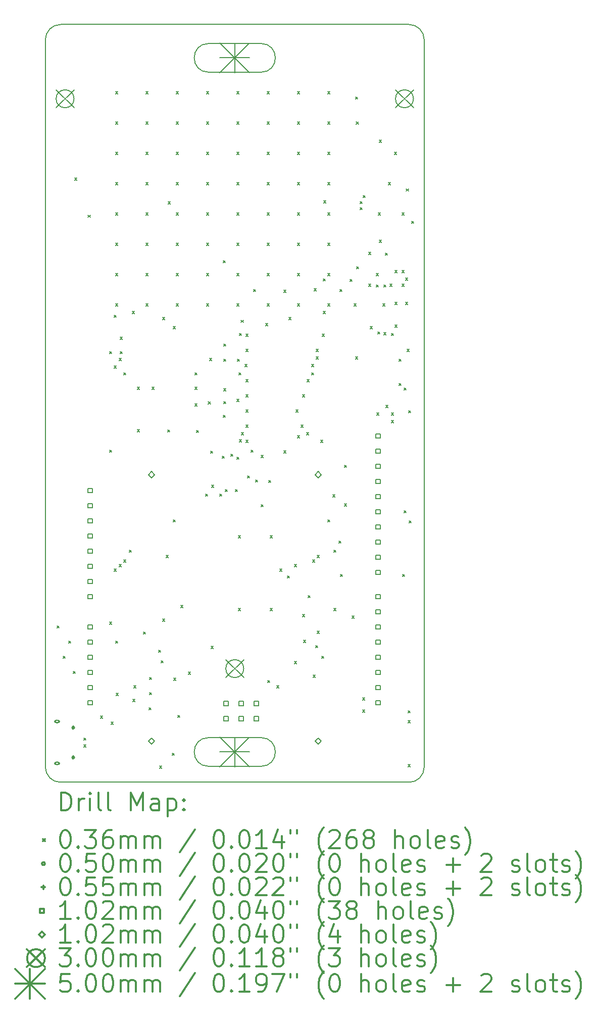
<source format=gbr>
%FSLAX45Y45*%
G04 Gerber Fmt 4.5, Leading zero omitted, Abs format (unit mm)*
G04 Created by KiCad (PCBNEW 4.0.0-rc2-stable) date 12/17/2015 4:25:05 PM*
%MOMM*%
G01*
G04 APERTURE LIST*
%ADD10C,0.127000*%
%ADD11C,0.150000*%
%ADD12C,0.200000*%
%ADD13C,0.300000*%
G04 APERTURE END LIST*
D10*
D11*
X-584200Y1016000D02*
G75*
G03X-838200Y762000I0J-254000D01*
G01*
X5511800Y762000D02*
G75*
G03X5257800Y1016000I-254000J0D01*
G01*
X5257800Y-11684000D02*
G75*
G03X5511800Y-11430000I0J254000D01*
G01*
X-838200Y-11430000D02*
G75*
G03X-584200Y-11684000I254000J0D01*
G01*
X-838200Y762000D02*
X-838200Y-11430000D01*
X5257800Y1016000D02*
X-584200Y1016000D01*
X5511800Y-11430000D02*
X5511800Y762000D01*
X-584200Y-11684000D02*
X5257800Y-11684000D01*
D12*
X-640080Y-9062720D02*
X-604520Y-9098280D01*
X-604520Y-9062720D02*
X-640080Y-9098280D01*
X-538480Y-9570720D02*
X-502920Y-9606280D01*
X-502920Y-9570720D02*
X-538480Y-9606280D01*
X-449580Y-9314180D02*
X-414020Y-9349740D01*
X-414020Y-9314180D02*
X-449580Y-9349740D01*
X-373380Y-9824720D02*
X-337820Y-9860280D01*
X-337820Y-9824720D02*
X-373380Y-9860280D01*
X-347980Y-1557020D02*
X-312420Y-1592580D01*
X-312420Y-1557020D02*
X-347980Y-1592580D01*
X-195580Y-10942320D02*
X-160020Y-10977880D01*
X-160020Y-10942320D02*
X-195580Y-10977880D01*
X-195580Y-11056620D02*
X-160020Y-11092180D01*
X-160020Y-11056620D02*
X-195580Y-11092180D01*
X-121920Y-2176780D02*
X-86360Y-2212340D01*
X-86360Y-2176780D02*
X-121920Y-2212340D01*
X83820Y-10574020D02*
X119380Y-10609580D01*
X119380Y-10574020D02*
X83820Y-10609580D01*
X236220Y-4465320D02*
X271780Y-4500880D01*
X271780Y-4465320D02*
X236220Y-4500880D01*
X236220Y-6116320D02*
X271780Y-6151880D01*
X271780Y-6116320D02*
X236220Y-6151880D01*
X236220Y-8999220D02*
X271780Y-9034780D01*
X271780Y-8999220D02*
X236220Y-9034780D01*
X261620Y-10675620D02*
X297180Y-10711180D01*
X297180Y-10675620D02*
X261620Y-10711180D01*
X312420Y-3855720D02*
X347980Y-3891280D01*
X347980Y-3855720D02*
X312420Y-3891280D01*
X312420Y-4706620D02*
X347980Y-4742180D01*
X347980Y-4706620D02*
X312420Y-4742180D01*
X312420Y-8110220D02*
X347980Y-8145780D01*
X347980Y-8110220D02*
X312420Y-8145780D01*
X337820Y-109220D02*
X373380Y-144780D01*
X373380Y-109220D02*
X337820Y-144780D01*
X337820Y-109220D02*
X373380Y-144780D01*
X373380Y-109220D02*
X337820Y-144780D01*
X337820Y-617220D02*
X373380Y-652780D01*
X373380Y-617220D02*
X337820Y-652780D01*
X337820Y-1125220D02*
X373380Y-1160780D01*
X373380Y-1125220D02*
X337820Y-1160780D01*
X337820Y-1633220D02*
X373380Y-1668780D01*
X373380Y-1633220D02*
X337820Y-1668780D01*
X337820Y-2141220D02*
X373380Y-2176780D01*
X373380Y-2141220D02*
X337820Y-2176780D01*
X337820Y-2649220D02*
X373380Y-2684780D01*
X373380Y-2649220D02*
X337820Y-2684780D01*
X337820Y-3157220D02*
X373380Y-3192780D01*
X373380Y-3157220D02*
X337820Y-3192780D01*
X337820Y-3665220D02*
X373380Y-3700780D01*
X373380Y-3665220D02*
X337820Y-3700780D01*
X340360Y-9319260D02*
X375920Y-9354820D01*
X375920Y-9319260D02*
X340360Y-9354820D01*
X350520Y-10193020D02*
X386080Y-10228580D01*
X386080Y-10193020D02*
X350520Y-10228580D01*
X401320Y-4579620D02*
X436880Y-4615180D01*
X436880Y-4579620D02*
X401320Y-4615180D01*
X401320Y-8034020D02*
X436880Y-8069580D01*
X436880Y-8034020D02*
X401320Y-8069580D01*
X414020Y-4224020D02*
X449580Y-4259580D01*
X449580Y-4224020D02*
X414020Y-4259580D01*
X414020Y-4465320D02*
X449580Y-4500880D01*
X449580Y-4465320D02*
X414020Y-4500880D01*
X477520Y-4820920D02*
X513080Y-4856480D01*
X513080Y-4820920D02*
X477520Y-4856480D01*
X477520Y-7957820D02*
X513080Y-7993380D01*
X513080Y-7957820D02*
X477520Y-7993380D01*
X566420Y-7792720D02*
X601980Y-7828280D01*
X601980Y-7792720D02*
X566420Y-7828280D01*
X617220Y-3792220D02*
X652780Y-3827780D01*
X652780Y-3792220D02*
X617220Y-3827780D01*
X629920Y-10294620D02*
X665480Y-10330180D01*
X665480Y-10294620D02*
X629920Y-10330180D01*
X642620Y-10066020D02*
X678180Y-10101580D01*
X678180Y-10066020D02*
X642620Y-10101580D01*
X706120Y-5062220D02*
X741680Y-5097780D01*
X741680Y-5062220D02*
X706120Y-5097780D01*
X706120Y-5773420D02*
X741680Y-5808980D01*
X741680Y-5773420D02*
X706120Y-5808980D01*
X807720Y-9164320D02*
X843280Y-9199880D01*
X843280Y-9164320D02*
X807720Y-9199880D01*
X845820Y-109220D02*
X881380Y-144780D01*
X881380Y-109220D02*
X845820Y-144780D01*
X845820Y-109220D02*
X881380Y-144780D01*
X881380Y-109220D02*
X845820Y-144780D01*
X845820Y-617220D02*
X881380Y-652780D01*
X881380Y-617220D02*
X845820Y-652780D01*
X845820Y-1125220D02*
X881380Y-1160780D01*
X881380Y-1125220D02*
X845820Y-1160780D01*
X845820Y-1633220D02*
X881380Y-1668780D01*
X881380Y-1633220D02*
X845820Y-1668780D01*
X845820Y-2141220D02*
X881380Y-2176780D01*
X881380Y-2141220D02*
X845820Y-2176780D01*
X845820Y-2649220D02*
X881380Y-2684780D01*
X881380Y-2649220D02*
X845820Y-2684780D01*
X845820Y-3157220D02*
X881380Y-3192780D01*
X881380Y-3157220D02*
X845820Y-3192780D01*
X845820Y-3665220D02*
X881380Y-3700780D01*
X881380Y-3665220D02*
X845820Y-3700780D01*
X896620Y-10434320D02*
X932180Y-10469880D01*
X932180Y-10434320D02*
X896620Y-10469880D01*
X909320Y-9926320D02*
X944880Y-9961880D01*
X944880Y-9926320D02*
X909320Y-9961880D01*
X909320Y-10180320D02*
X944880Y-10215880D01*
X944880Y-10180320D02*
X909320Y-10215880D01*
X947420Y-5062220D02*
X982980Y-5097780D01*
X982980Y-5062220D02*
X947420Y-5097780D01*
X1061720Y-9469120D02*
X1097280Y-9504680D01*
X1097280Y-9469120D02*
X1061720Y-9504680D01*
X1074420Y-11412220D02*
X1109980Y-11447780D01*
X1109980Y-11412220D02*
X1074420Y-11447780D01*
X1099820Y-9646920D02*
X1135380Y-9682480D01*
X1135380Y-9646920D02*
X1099820Y-9682480D01*
X1125220Y-3893820D02*
X1160780Y-3929380D01*
X1160780Y-3893820D02*
X1125220Y-3929380D01*
X1125220Y-8948420D02*
X1160780Y-8983980D01*
X1160780Y-8948420D02*
X1125220Y-8983980D01*
X1188720Y-7881620D02*
X1224280Y-7917180D01*
X1224280Y-7881620D02*
X1188720Y-7917180D01*
X1209040Y-5778500D02*
X1244600Y-5814060D01*
X1244600Y-5778500D02*
X1209040Y-5814060D01*
X1219200Y-1955800D02*
X1254760Y-1991360D01*
X1254760Y-1955800D02*
X1219200Y-1991360D01*
X1290320Y-11196320D02*
X1325880Y-11231880D01*
X1325880Y-11196320D02*
X1290320Y-11231880D01*
X1303020Y-4046220D02*
X1338580Y-4081780D01*
X1338580Y-4046220D02*
X1303020Y-4081780D01*
X1303020Y-7284720D02*
X1338580Y-7320280D01*
X1338580Y-7284720D02*
X1303020Y-7320280D01*
X1315720Y-9939020D02*
X1351280Y-9974580D01*
X1351280Y-9939020D02*
X1315720Y-9974580D01*
X1353820Y-109220D02*
X1389380Y-144780D01*
X1389380Y-109220D02*
X1353820Y-144780D01*
X1353820Y-109220D02*
X1389380Y-144780D01*
X1389380Y-109220D02*
X1353820Y-144780D01*
X1353820Y-617220D02*
X1389380Y-652780D01*
X1389380Y-617220D02*
X1353820Y-652780D01*
X1353820Y-1125220D02*
X1389380Y-1160780D01*
X1389380Y-1125220D02*
X1353820Y-1160780D01*
X1353820Y-1633220D02*
X1389380Y-1668780D01*
X1389380Y-1633220D02*
X1353820Y-1668780D01*
X1353820Y-2141220D02*
X1389380Y-2176780D01*
X1389380Y-2141220D02*
X1353820Y-2176780D01*
X1353820Y-2649220D02*
X1389380Y-2684780D01*
X1389380Y-2649220D02*
X1353820Y-2684780D01*
X1353820Y-3157220D02*
X1389380Y-3192780D01*
X1389380Y-3157220D02*
X1353820Y-3192780D01*
X1353820Y-3665220D02*
X1389380Y-3700780D01*
X1389380Y-3665220D02*
X1353820Y-3700780D01*
X1379220Y-10561320D02*
X1414780Y-10596880D01*
X1414780Y-10561320D02*
X1379220Y-10596880D01*
X1430020Y-8719820D02*
X1465580Y-8755380D01*
X1465580Y-8719820D02*
X1430020Y-8755380D01*
X1557020Y-9837420D02*
X1592580Y-9872980D01*
X1592580Y-9837420D02*
X1557020Y-9872980D01*
X1671320Y-4820920D02*
X1706880Y-4856480D01*
X1706880Y-4820920D02*
X1671320Y-4856480D01*
X1671320Y-5062220D02*
X1706880Y-5097780D01*
X1706880Y-5062220D02*
X1671320Y-5097780D01*
X1671320Y-5341620D02*
X1706880Y-5377180D01*
X1706880Y-5341620D02*
X1671320Y-5377180D01*
X1696720Y-5786120D02*
X1732280Y-5821680D01*
X1732280Y-5786120D02*
X1696720Y-5821680D01*
X1849120Y-6855460D02*
X1884680Y-6891020D01*
X1884680Y-6855460D02*
X1849120Y-6891020D01*
X1861820Y-109220D02*
X1897380Y-144780D01*
X1897380Y-109220D02*
X1861820Y-144780D01*
X1861820Y-109220D02*
X1897380Y-144780D01*
X1897380Y-109220D02*
X1861820Y-144780D01*
X1861820Y-617220D02*
X1897380Y-652780D01*
X1897380Y-617220D02*
X1861820Y-652780D01*
X1861820Y-1125220D02*
X1897380Y-1160780D01*
X1897380Y-1125220D02*
X1861820Y-1160780D01*
X1861820Y-1633220D02*
X1897380Y-1668780D01*
X1897380Y-1633220D02*
X1861820Y-1668780D01*
X1861820Y-2141220D02*
X1897380Y-2176780D01*
X1897380Y-2141220D02*
X1861820Y-2176780D01*
X1861820Y-2649220D02*
X1897380Y-2684780D01*
X1897380Y-2649220D02*
X1861820Y-2684780D01*
X1861820Y-3157220D02*
X1897380Y-3192780D01*
X1897380Y-3157220D02*
X1861820Y-3192780D01*
X1861820Y-3665220D02*
X1897380Y-3700780D01*
X1897380Y-3665220D02*
X1861820Y-3700780D01*
X1892300Y-5308600D02*
X1927860Y-5344160D01*
X1927860Y-5308600D02*
X1892300Y-5344160D01*
X1912620Y-4579620D02*
X1948180Y-4615180D01*
X1948180Y-4579620D02*
X1912620Y-4615180D01*
X1930400Y-6134100D02*
X1965960Y-6169660D01*
X1965960Y-6134100D02*
X1930400Y-6169660D01*
X1938020Y-9405620D02*
X1973580Y-9441180D01*
X1973580Y-9405620D02*
X1938020Y-9441180D01*
X1948180Y-6705600D02*
X1983740Y-6741160D01*
X1983740Y-6705600D02*
X1948180Y-6741160D01*
X2080260Y-6852920D02*
X2115820Y-6888480D01*
X2115820Y-6852920D02*
X2080260Y-6888480D01*
X2128520Y-6220460D02*
X2164080Y-6256020D01*
X2164080Y-6220460D02*
X2128520Y-6256020D01*
X2139950Y-2941320D02*
X2175510Y-2976880D01*
X2175510Y-2941320D02*
X2139950Y-2976880D01*
X2141220Y-5532120D02*
X2176780Y-5567680D01*
X2176780Y-5532120D02*
X2141220Y-5567680D01*
X2148840Y-5087620D02*
X2184400Y-5123180D01*
X2184400Y-5087620D02*
X2148840Y-5123180D01*
X2153920Y-4338320D02*
X2189480Y-4373880D01*
X2189480Y-4338320D02*
X2153920Y-4373880D01*
X2153920Y-4592320D02*
X2189480Y-4627880D01*
X2189480Y-4592320D02*
X2153920Y-4627880D01*
X2153920Y-5303520D02*
X2189480Y-5339080D01*
X2189480Y-5303520D02*
X2153920Y-5339080D01*
X2179320Y-6776720D02*
X2214880Y-6812280D01*
X2214880Y-6776720D02*
X2179320Y-6812280D01*
X2268220Y-6184900D02*
X2303780Y-6220460D01*
X2303780Y-6184900D02*
X2268220Y-6220460D01*
X2344420Y-6776720D02*
X2379980Y-6812280D01*
X2379980Y-6776720D02*
X2344420Y-6812280D01*
X2369820Y-109220D02*
X2405380Y-144780D01*
X2405380Y-109220D02*
X2369820Y-144780D01*
X2369820Y-109220D02*
X2405380Y-144780D01*
X2405380Y-109220D02*
X2369820Y-144780D01*
X2369820Y-617220D02*
X2405380Y-652780D01*
X2405380Y-617220D02*
X2369820Y-652780D01*
X2369820Y-1125220D02*
X2405380Y-1160780D01*
X2405380Y-1125220D02*
X2369820Y-1160780D01*
X2369820Y-1633220D02*
X2405380Y-1668780D01*
X2405380Y-1633220D02*
X2369820Y-1668780D01*
X2369820Y-2141220D02*
X2405380Y-2176780D01*
X2405380Y-2141220D02*
X2369820Y-2176780D01*
X2369820Y-2649220D02*
X2405380Y-2684780D01*
X2405380Y-2649220D02*
X2369820Y-2684780D01*
X2369820Y-3157220D02*
X2405380Y-3192780D01*
X2405380Y-3157220D02*
X2369820Y-3192780D01*
X2369820Y-3665220D02*
X2405380Y-3700780D01*
X2405380Y-3665220D02*
X2369820Y-3700780D01*
X2369820Y-5265420D02*
X2405380Y-5300980D01*
X2405380Y-5265420D02*
X2369820Y-5300980D01*
X2369820Y-6235700D02*
X2405380Y-6271260D01*
X2405380Y-6235700D02*
X2369820Y-6271260D01*
X2382520Y-4592320D02*
X2418080Y-4627880D01*
X2418080Y-4592320D02*
X2382520Y-4627880D01*
X2395220Y-7551420D02*
X2430780Y-7586980D01*
X2430780Y-7551420D02*
X2395220Y-7586980D01*
X2395220Y-8770620D02*
X2430780Y-8806180D01*
X2430780Y-8770620D02*
X2395220Y-8806180D01*
X2407920Y-4820920D02*
X2443480Y-4856480D01*
X2443480Y-4820920D02*
X2407920Y-4856480D01*
X2410460Y-4160520D02*
X2446020Y-4196080D01*
X2446020Y-4160520D02*
X2410460Y-4196080D01*
X2410460Y-5943600D02*
X2446020Y-5979160D01*
X2446020Y-5943600D02*
X2410460Y-5979160D01*
X2443480Y-3942080D02*
X2479040Y-3977640D01*
X2479040Y-3942080D02*
X2443480Y-3977640D01*
X2446020Y-5824220D02*
X2481580Y-5859780D01*
X2481580Y-5824220D02*
X2446020Y-5859780D01*
X2509520Y-4681220D02*
X2545080Y-4716780D01*
X2545080Y-4681220D02*
X2509520Y-4716780D01*
X2522220Y-4173220D02*
X2557780Y-4208780D01*
X2557780Y-4173220D02*
X2522220Y-4208780D01*
X2522220Y-4427220D02*
X2557780Y-4462780D01*
X2557780Y-4427220D02*
X2522220Y-4462780D01*
X2522220Y-4935220D02*
X2557780Y-4970780D01*
X2557780Y-4935220D02*
X2522220Y-4970780D01*
X2522220Y-5189220D02*
X2557780Y-5224780D01*
X2557780Y-5189220D02*
X2522220Y-5224780D01*
X2522220Y-5443220D02*
X2557780Y-5478780D01*
X2557780Y-5443220D02*
X2522220Y-5478780D01*
X2522220Y-5697220D02*
X2557780Y-5732780D01*
X2557780Y-5697220D02*
X2522220Y-5732780D01*
X2522220Y-5951220D02*
X2557780Y-5986780D01*
X2557780Y-5951220D02*
X2522220Y-5986780D01*
X2547620Y-6550660D02*
X2583180Y-6586220D01*
X2583180Y-6550660D02*
X2547620Y-6586220D01*
X2611120Y-6116320D02*
X2646680Y-6151880D01*
X2646680Y-6116320D02*
X2611120Y-6151880D01*
X2649220Y-3423920D02*
X2684780Y-3459480D01*
X2684780Y-3423920D02*
X2649220Y-3459480D01*
X2682240Y-6619240D02*
X2717800Y-6654800D01*
X2717800Y-6619240D02*
X2682240Y-6654800D01*
X2776220Y-6205220D02*
X2811780Y-6240780D01*
X2811780Y-6205220D02*
X2776220Y-6240780D01*
X2776220Y-7030720D02*
X2811780Y-7066280D01*
X2811780Y-7030720D02*
X2776220Y-7066280D01*
X2852420Y-3995420D02*
X2887980Y-4030980D01*
X2887980Y-3995420D02*
X2852420Y-4030980D01*
X2877820Y-109220D02*
X2913380Y-144780D01*
X2913380Y-109220D02*
X2877820Y-144780D01*
X2877820Y-109220D02*
X2913380Y-144780D01*
X2913380Y-109220D02*
X2877820Y-144780D01*
X2877820Y-617220D02*
X2913380Y-652780D01*
X2913380Y-617220D02*
X2877820Y-652780D01*
X2877820Y-1125220D02*
X2913380Y-1160780D01*
X2913380Y-1125220D02*
X2877820Y-1160780D01*
X2877820Y-1633220D02*
X2913380Y-1668780D01*
X2913380Y-1633220D02*
X2877820Y-1668780D01*
X2877820Y-2141220D02*
X2913380Y-2176780D01*
X2913380Y-2141220D02*
X2877820Y-2176780D01*
X2877820Y-2649220D02*
X2913380Y-2684780D01*
X2913380Y-2649220D02*
X2877820Y-2684780D01*
X2877820Y-3157220D02*
X2913380Y-3192780D01*
X2913380Y-3157220D02*
X2877820Y-3192780D01*
X2877820Y-3665220D02*
X2913380Y-3700780D01*
X2913380Y-3665220D02*
X2877820Y-3700780D01*
X2890520Y-9977120D02*
X2926080Y-10012680D01*
X2926080Y-9977120D02*
X2890520Y-10012680D01*
X2903220Y-6624320D02*
X2938780Y-6659880D01*
X2938780Y-6624320D02*
X2903220Y-6659880D01*
X2928620Y-7551420D02*
X2964180Y-7586980D01*
X2964180Y-7551420D02*
X2928620Y-7586980D01*
X2928620Y-8770620D02*
X2964180Y-8806180D01*
X2964180Y-8770620D02*
X2928620Y-8806180D01*
X3042920Y-10066020D02*
X3078480Y-10101580D01*
X3078480Y-10066020D02*
X3042920Y-10101580D01*
X3093720Y-8110220D02*
X3129280Y-8145780D01*
X3129280Y-8110220D02*
X3093720Y-8145780D01*
X3157220Y-3436620D02*
X3192780Y-3472180D01*
X3192780Y-3436620D02*
X3157220Y-3472180D01*
X3157220Y-6129020D02*
X3192780Y-6164580D01*
X3192780Y-6129020D02*
X3157220Y-6164580D01*
X3220720Y-8224520D02*
X3256280Y-8260080D01*
X3256280Y-8224520D02*
X3220720Y-8260080D01*
X3246120Y-3893820D02*
X3281680Y-3929380D01*
X3281680Y-3893820D02*
X3246120Y-3929380D01*
X3335020Y-8034020D02*
X3370580Y-8069580D01*
X3370580Y-8034020D02*
X3335020Y-8069580D01*
X3335020Y-9659620D02*
X3370580Y-9695180D01*
X3370580Y-9659620D02*
X3335020Y-9695180D01*
X3360420Y-5443220D02*
X3395980Y-5478780D01*
X3395980Y-5443220D02*
X3360420Y-5478780D01*
X3385820Y-109220D02*
X3421380Y-144780D01*
X3421380Y-109220D02*
X3385820Y-144780D01*
X3385820Y-109220D02*
X3421380Y-144780D01*
X3421380Y-109220D02*
X3385820Y-144780D01*
X3385820Y-617220D02*
X3421380Y-652780D01*
X3421380Y-617220D02*
X3385820Y-652780D01*
X3385820Y-1125220D02*
X3421380Y-1160780D01*
X3421380Y-1125220D02*
X3385820Y-1160780D01*
X3385820Y-1633220D02*
X3421380Y-1668780D01*
X3421380Y-1633220D02*
X3385820Y-1668780D01*
X3385820Y-2141220D02*
X3421380Y-2176780D01*
X3421380Y-2141220D02*
X3385820Y-2176780D01*
X3385820Y-2649220D02*
X3421380Y-2684780D01*
X3421380Y-2649220D02*
X3385820Y-2684780D01*
X3385820Y-3157220D02*
X3421380Y-3192780D01*
X3421380Y-3157220D02*
X3385820Y-3192780D01*
X3385820Y-3665220D02*
X3421380Y-3700780D01*
X3421380Y-3665220D02*
X3385820Y-3700780D01*
X3385820Y-5875020D02*
X3421380Y-5910580D01*
X3421380Y-5875020D02*
X3385820Y-5910580D01*
X3449320Y-5697220D02*
X3484880Y-5732780D01*
X3484880Y-5697220D02*
X3449320Y-5732780D01*
X3474720Y-5189220D02*
X3510280Y-5224780D01*
X3510280Y-5189220D02*
X3474720Y-5224780D01*
X3474720Y-8872220D02*
X3510280Y-8907780D01*
X3510280Y-8872220D02*
X3474720Y-8907780D01*
X3487420Y-9304020D02*
X3522980Y-9339580D01*
X3522980Y-9304020D02*
X3487420Y-9339580D01*
X3538220Y-5824220D02*
X3573780Y-5859780D01*
X3573780Y-5824220D02*
X3538220Y-5859780D01*
X3550920Y-4935220D02*
X3586480Y-4970780D01*
X3586480Y-4935220D02*
X3550920Y-4970780D01*
X3563620Y-8554720D02*
X3599180Y-8590280D01*
X3599180Y-8554720D02*
X3563620Y-8590280D01*
X3627120Y-4681220D02*
X3662680Y-4716780D01*
X3662680Y-4681220D02*
X3627120Y-4716780D01*
X3627120Y-4820920D02*
X3662680Y-4856480D01*
X3662680Y-4820920D02*
X3627120Y-4856480D01*
X3639820Y-7957820D02*
X3675380Y-7993380D01*
X3675380Y-7957820D02*
X3639820Y-7993380D01*
X3652520Y-9888220D02*
X3688080Y-9923780D01*
X3688080Y-9888220D02*
X3652520Y-9923780D01*
X3665220Y-3411220D02*
X3700780Y-3446780D01*
X3700780Y-3411220D02*
X3665220Y-3446780D01*
X3690620Y-9392920D02*
X3726180Y-9428480D01*
X3726180Y-9392920D02*
X3690620Y-9428480D01*
X3703320Y-4427220D02*
X3738880Y-4462780D01*
X3738880Y-4427220D02*
X3703320Y-4462780D01*
X3703320Y-4554220D02*
X3738880Y-4589780D01*
X3738880Y-4554220D02*
X3703320Y-4589780D01*
X3716020Y-7881620D02*
X3751580Y-7917180D01*
X3751580Y-7881620D02*
X3716020Y-7917180D01*
X3716020Y-9151620D02*
X3751580Y-9187180D01*
X3751580Y-9151620D02*
X3716020Y-9187180D01*
X3779520Y-5951220D02*
X3815080Y-5986780D01*
X3815080Y-5951220D02*
X3779520Y-5986780D01*
X3792220Y-9570720D02*
X3827780Y-9606280D01*
X3827780Y-9570720D02*
X3792220Y-9606280D01*
X3804920Y-4173220D02*
X3840480Y-4208780D01*
X3840480Y-4173220D02*
X3804920Y-4208780D01*
X3817620Y-3246120D02*
X3853180Y-3281680D01*
X3853180Y-3246120D02*
X3817620Y-3281680D01*
X3817620Y-3792220D02*
X3853180Y-3827780D01*
X3853180Y-3792220D02*
X3817620Y-3827780D01*
X3830320Y-1938020D02*
X3865880Y-1973580D01*
X3865880Y-1938020D02*
X3830320Y-1973580D01*
X3893820Y-109220D02*
X3929380Y-144780D01*
X3929380Y-109220D02*
X3893820Y-144780D01*
X3893820Y-109220D02*
X3929380Y-144780D01*
X3929380Y-109220D02*
X3893820Y-144780D01*
X3893820Y-617220D02*
X3929380Y-652780D01*
X3929380Y-617220D02*
X3893820Y-652780D01*
X3893820Y-1125220D02*
X3929380Y-1160780D01*
X3929380Y-1125220D02*
X3893820Y-1160780D01*
X3893820Y-1633220D02*
X3929380Y-1668780D01*
X3929380Y-1633220D02*
X3893820Y-1668780D01*
X3893820Y-2141220D02*
X3929380Y-2176780D01*
X3929380Y-2141220D02*
X3893820Y-2176780D01*
X3893820Y-2649220D02*
X3929380Y-2684780D01*
X3929380Y-2649220D02*
X3893820Y-2684780D01*
X3893820Y-3157220D02*
X3929380Y-3192780D01*
X3929380Y-3157220D02*
X3893820Y-3192780D01*
X3893820Y-3665220D02*
X3929380Y-3700780D01*
X3929380Y-3665220D02*
X3893820Y-3700780D01*
X3893820Y-7284720D02*
X3929380Y-7320280D01*
X3929380Y-7284720D02*
X3893820Y-7320280D01*
X3982720Y-6865620D02*
X4018280Y-6901180D01*
X4018280Y-6865620D02*
X3982720Y-6901180D01*
X3995420Y-7792720D02*
X4030980Y-7828280D01*
X4030980Y-7792720D02*
X3995420Y-7828280D01*
X3995420Y-8770620D02*
X4030980Y-8806180D01*
X4030980Y-8770620D02*
X3995420Y-8806180D01*
X4084320Y-7640320D02*
X4119880Y-7675880D01*
X4119880Y-7640320D02*
X4084320Y-7675880D01*
X4097020Y-3423920D02*
X4132580Y-3459480D01*
X4132580Y-3423920D02*
X4097020Y-3459480D01*
X4109720Y-8199120D02*
X4145280Y-8234680D01*
X4145280Y-8199120D02*
X4109720Y-8234680D01*
X4173220Y-6370320D02*
X4208780Y-6405880D01*
X4208780Y-6370320D02*
X4173220Y-6405880D01*
X4173220Y-7018020D02*
X4208780Y-7053580D01*
X4208780Y-7018020D02*
X4173220Y-7053580D01*
X4269740Y-3253740D02*
X4305300Y-3289300D01*
X4305300Y-3253740D02*
X4269740Y-3289300D01*
X4300220Y-8897620D02*
X4335780Y-8933180D01*
X4335780Y-8897620D02*
X4300220Y-8933180D01*
X4338320Y-3665220D02*
X4373880Y-3700780D01*
X4373880Y-3665220D02*
X4338320Y-3700780D01*
X4363720Y-198120D02*
X4399280Y-233680D01*
X4399280Y-198120D02*
X4363720Y-233680D01*
X4363720Y-4554220D02*
X4399280Y-4589780D01*
X4399280Y-4554220D02*
X4363720Y-4589780D01*
X4373880Y-617220D02*
X4409440Y-652780D01*
X4409440Y-617220D02*
X4373880Y-652780D01*
X4376420Y-3042920D02*
X4411980Y-3078480D01*
X4411980Y-3042920D02*
X4376420Y-3078480D01*
X4439920Y-1950720D02*
X4475480Y-1986280D01*
X4475480Y-1950720D02*
X4439920Y-1986280D01*
X4439920Y-2052320D02*
X4475480Y-2087880D01*
X4475480Y-2052320D02*
X4439920Y-2087880D01*
X4478020Y-10269220D02*
X4513580Y-10304780D01*
X4513580Y-10269220D02*
X4478020Y-10304780D01*
X4478020Y-10472420D02*
X4513580Y-10507980D01*
X4513580Y-10472420D02*
X4478020Y-10507980D01*
X4490720Y-1849120D02*
X4526280Y-1884680D01*
X4526280Y-1849120D02*
X4490720Y-1884680D01*
X4579620Y-2801620D02*
X4615180Y-2837180D01*
X4615180Y-2801620D02*
X4579620Y-2837180D01*
X4579620Y-3335020D02*
X4615180Y-3370580D01*
X4615180Y-3335020D02*
X4579620Y-3370580D01*
X4605020Y-4046220D02*
X4640580Y-4081780D01*
X4640580Y-4046220D02*
X4605020Y-4081780D01*
X4706620Y-3157220D02*
X4742180Y-3192780D01*
X4742180Y-3157220D02*
X4706620Y-3192780D01*
X4706620Y-3347720D02*
X4742180Y-3383280D01*
X4742180Y-3347720D02*
X4706620Y-3383280D01*
X4719320Y-5494020D02*
X4754880Y-5529580D01*
X4754880Y-5494020D02*
X4719320Y-5529580D01*
X4732020Y-4135120D02*
X4767580Y-4170680D01*
X4767580Y-4135120D02*
X4732020Y-4170680D01*
X4744720Y-2141220D02*
X4780280Y-2176780D01*
X4780280Y-2141220D02*
X4744720Y-2176780D01*
X4757420Y-922020D02*
X4792980Y-957580D01*
X4792980Y-922020D02*
X4757420Y-957580D01*
X4757420Y-2598420D02*
X4792980Y-2633980D01*
X4792980Y-2598420D02*
X4757420Y-2633980D01*
X4820920Y-3665220D02*
X4856480Y-3700780D01*
X4856480Y-3665220D02*
X4820920Y-3700780D01*
X4833620Y-3347720D02*
X4869180Y-3383280D01*
X4869180Y-3347720D02*
X4833620Y-3383280D01*
X4833620Y-4147820D02*
X4869180Y-4183380D01*
X4869180Y-4147820D02*
X4833620Y-4183380D01*
X4859020Y-2814320D02*
X4894580Y-2849880D01*
X4894580Y-2814320D02*
X4859020Y-2849880D01*
X4871720Y-5367020D02*
X4907280Y-5402580D01*
X4907280Y-5367020D02*
X4871720Y-5402580D01*
X4909820Y-1633220D02*
X4945380Y-1668780D01*
X4945380Y-1633220D02*
X4909820Y-1668780D01*
X4935220Y-3335020D02*
X4970780Y-3370580D01*
X4970780Y-3335020D02*
X4935220Y-3370580D01*
X4960620Y-4160520D02*
X4996180Y-4196080D01*
X4996180Y-4160520D02*
X4960620Y-4196080D01*
X4960620Y-5494020D02*
X4996180Y-5529580D01*
X4996180Y-5494020D02*
X4960620Y-5529580D01*
X4960620Y-5621020D02*
X4996180Y-5656580D01*
X4996180Y-5621020D02*
X4960620Y-5656580D01*
X5011420Y-1125220D02*
X5046980Y-1160780D01*
X5046980Y-1125220D02*
X5011420Y-1160780D01*
X5024120Y-3106420D02*
X5059680Y-3141980D01*
X5059680Y-3106420D02*
X5024120Y-3141980D01*
X5024120Y-3639820D02*
X5059680Y-3675380D01*
X5059680Y-3639820D02*
X5024120Y-3675380D01*
X5024120Y-4020820D02*
X5059680Y-4056380D01*
X5059680Y-4020820D02*
X5024120Y-4056380D01*
X5087620Y-4592320D02*
X5123180Y-4627880D01*
X5123180Y-4592320D02*
X5087620Y-4627880D01*
X5087620Y-4998720D02*
X5123180Y-5034280D01*
X5123180Y-4998720D02*
X5087620Y-5034280D01*
X5138420Y-2141220D02*
X5173980Y-2176780D01*
X5173980Y-2141220D02*
X5138420Y-2176780D01*
X5138420Y-3106420D02*
X5173980Y-3141980D01*
X5173980Y-3106420D02*
X5138420Y-3141980D01*
X5138420Y-3335020D02*
X5173980Y-3370580D01*
X5173980Y-3335020D02*
X5138420Y-3370580D01*
X5151120Y-8199120D02*
X5186680Y-8234680D01*
X5186680Y-8199120D02*
X5151120Y-8234680D01*
X5176520Y-5074920D02*
X5212080Y-5110480D01*
X5212080Y-5074920D02*
X5176520Y-5110480D01*
X5176520Y-7132320D02*
X5212080Y-7167880D01*
X5212080Y-7132320D02*
X5176520Y-7167880D01*
X5201920Y-3233420D02*
X5237480Y-3268980D01*
X5237480Y-3233420D02*
X5201920Y-3268980D01*
X5201920Y-3639820D02*
X5237480Y-3675380D01*
X5237480Y-3639820D02*
X5201920Y-3675380D01*
X5212080Y-1739900D02*
X5247640Y-1775460D01*
X5247640Y-1739900D02*
X5212080Y-1775460D01*
X5227320Y-4427220D02*
X5262880Y-4462780D01*
X5262880Y-4427220D02*
X5227320Y-4462780D01*
X5240020Y-10485120D02*
X5275580Y-10520680D01*
X5275580Y-10485120D02*
X5240020Y-10520680D01*
X5240020Y-10650220D02*
X5275580Y-10685780D01*
X5275580Y-10650220D02*
X5240020Y-10685780D01*
X5240020Y-11386820D02*
X5275580Y-11422380D01*
X5275580Y-11386820D02*
X5240020Y-11422380D01*
X5252720Y-5455920D02*
X5288280Y-5491480D01*
X5288280Y-5455920D02*
X5252720Y-5491480D01*
X5257800Y-7305040D02*
X5293360Y-7340600D01*
X5293360Y-7305040D02*
X5257800Y-7340600D01*
X5303520Y-2280920D02*
X5339080Y-2316480D01*
X5339080Y-2280920D02*
X5303520Y-2316480D01*
X-617620Y-10665980D02*
G75*
G03X-617620Y-10665980I-25000J0D01*
G01*
X-675120Y-10680980D02*
X-610120Y-10680980D01*
X-675120Y-10650980D02*
X-610120Y-10650980D01*
X-610120Y-10680980D02*
G75*
G03X-610120Y-10650980I0J15000D01*
G01*
X-675120Y-10650980D02*
G75*
G03X-675120Y-10680980I0J-15000D01*
G01*
X-617620Y-11365980D02*
G75*
G03X-617620Y-11365980I-25000J0D01*
G01*
X-610120Y-11350980D02*
X-675120Y-11350980D01*
X-610120Y-11380980D02*
X-675120Y-11380980D01*
X-675120Y-11350980D02*
G75*
G03X-675120Y-11380980I0J-15000D01*
G01*
X-610120Y-11380980D02*
G75*
G03X-610120Y-11350980I0J15000D01*
G01*
X-372620Y-10738480D02*
X-372620Y-10793480D01*
X-400120Y-10765980D02*
X-345120Y-10765980D01*
X-355120Y-10780980D02*
X-355120Y-10750980D01*
X-390120Y-10780980D02*
X-390120Y-10750980D01*
X-355120Y-10750980D02*
G75*
G03X-390120Y-10750980I-17500J0D01*
G01*
X-390120Y-10780980D02*
G75*
G03X-355120Y-10780980I17500J0D01*
G01*
X-372620Y-11238480D02*
X-372620Y-11293480D01*
X-400120Y-11265980D02*
X-345120Y-11265980D01*
X-355120Y-11280980D02*
X-355120Y-11250980D01*
X-390120Y-11280980D02*
X-390120Y-11250980D01*
X-355120Y-11250980D02*
G75*
G03X-390120Y-11250980I-17500J0D01*
G01*
X-390120Y-11280980D02*
G75*
G03X-355120Y-11280980I17500J0D01*
G01*
X-52979Y-6830421D02*
X-52979Y-6758579D01*
X-124821Y-6758579D01*
X-124821Y-6830421D01*
X-52979Y-6830421D01*
X-52979Y-7084421D02*
X-52979Y-7012579D01*
X-124821Y-7012579D01*
X-124821Y-7084421D01*
X-52979Y-7084421D01*
X-52979Y-7338421D02*
X-52979Y-7266579D01*
X-124821Y-7266579D01*
X-124821Y-7338421D01*
X-52979Y-7338421D01*
X-52979Y-7592421D02*
X-52979Y-7520579D01*
X-124821Y-7520579D01*
X-124821Y-7592421D01*
X-52979Y-7592421D01*
X-52979Y-7846421D02*
X-52979Y-7774579D01*
X-124821Y-7774579D01*
X-124821Y-7846421D01*
X-52979Y-7846421D01*
X-52979Y-8100421D02*
X-52979Y-8028579D01*
X-124821Y-8028579D01*
X-124821Y-8100421D01*
X-52979Y-8100421D01*
X-52979Y-8354421D02*
X-52979Y-8282579D01*
X-124821Y-8282579D01*
X-124821Y-8354421D01*
X-52979Y-8354421D01*
X-52979Y-8608421D02*
X-52979Y-8536579D01*
X-124821Y-8536579D01*
X-124821Y-8608421D01*
X-52979Y-8608421D01*
X-52979Y-9116421D02*
X-52979Y-9044579D01*
X-124821Y-9044579D01*
X-124821Y-9116421D01*
X-52979Y-9116421D01*
X-52979Y-9370421D02*
X-52979Y-9298579D01*
X-124821Y-9298579D01*
X-124821Y-9370421D01*
X-52979Y-9370421D01*
X-52979Y-9624421D02*
X-52979Y-9552579D01*
X-124821Y-9552579D01*
X-124821Y-9624421D01*
X-52979Y-9624421D01*
X-52979Y-9878421D02*
X-52979Y-9806579D01*
X-124821Y-9806579D01*
X-124821Y-9878421D01*
X-52979Y-9878421D01*
X-52979Y-10132421D02*
X-52979Y-10060579D01*
X-124821Y-10060579D01*
X-124821Y-10132421D01*
X-52979Y-10132421D01*
X-52979Y-10386421D02*
X-52979Y-10314579D01*
X-124821Y-10314579D01*
X-124821Y-10386421D01*
X-52979Y-10386421D01*
X2227941Y-10399121D02*
X2227941Y-10327279D01*
X2156099Y-10327279D01*
X2156099Y-10399121D01*
X2227941Y-10399121D01*
X2227941Y-10653121D02*
X2227941Y-10581279D01*
X2156099Y-10581279D01*
X2156099Y-10653121D01*
X2227941Y-10653121D01*
X2481941Y-10399121D02*
X2481941Y-10327279D01*
X2410099Y-10327279D01*
X2410099Y-10399121D01*
X2481941Y-10399121D01*
X2481941Y-10653121D02*
X2481941Y-10581279D01*
X2410099Y-10581279D01*
X2410099Y-10653121D01*
X2481941Y-10653121D01*
X2735941Y-10399121D02*
X2735941Y-10327279D01*
X2664099Y-10327279D01*
X2664099Y-10399121D01*
X2735941Y-10399121D01*
X2735941Y-10653121D02*
X2735941Y-10581279D01*
X2664099Y-10581279D01*
X2664099Y-10653121D01*
X2735941Y-10653121D01*
X4773021Y-5916021D02*
X4773021Y-5844179D01*
X4701179Y-5844179D01*
X4701179Y-5916021D01*
X4773021Y-5916021D01*
X4773021Y-6170021D02*
X4773021Y-6098179D01*
X4701179Y-6098179D01*
X4701179Y-6170021D01*
X4773021Y-6170021D01*
X4773021Y-6424021D02*
X4773021Y-6352179D01*
X4701179Y-6352179D01*
X4701179Y-6424021D01*
X4773021Y-6424021D01*
X4773021Y-6678021D02*
X4773021Y-6606179D01*
X4701179Y-6606179D01*
X4701179Y-6678021D01*
X4773021Y-6678021D01*
X4773021Y-6932021D02*
X4773021Y-6860179D01*
X4701179Y-6860179D01*
X4701179Y-6932021D01*
X4773021Y-6932021D01*
X4773021Y-7186021D02*
X4773021Y-7114179D01*
X4701179Y-7114179D01*
X4701179Y-7186021D01*
X4773021Y-7186021D01*
X4773021Y-7440021D02*
X4773021Y-7368179D01*
X4701179Y-7368179D01*
X4701179Y-7440021D01*
X4773021Y-7440021D01*
X4773021Y-7694021D02*
X4773021Y-7622179D01*
X4701179Y-7622179D01*
X4701179Y-7694021D01*
X4773021Y-7694021D01*
X4773021Y-7948021D02*
X4773021Y-7876179D01*
X4701179Y-7876179D01*
X4701179Y-7948021D01*
X4773021Y-7948021D01*
X4773021Y-8202021D02*
X4773021Y-8130179D01*
X4701179Y-8130179D01*
X4701179Y-8202021D01*
X4773021Y-8202021D01*
X4773021Y-8608421D02*
X4773021Y-8536579D01*
X4701179Y-8536579D01*
X4701179Y-8608421D01*
X4773021Y-8608421D01*
X4773021Y-8862421D02*
X4773021Y-8790579D01*
X4701179Y-8790579D01*
X4701179Y-8862421D01*
X4773021Y-8862421D01*
X4773021Y-9116421D02*
X4773021Y-9044579D01*
X4701179Y-9044579D01*
X4701179Y-9116421D01*
X4773021Y-9116421D01*
X4773021Y-9370421D02*
X4773021Y-9298579D01*
X4701179Y-9298579D01*
X4701179Y-9370421D01*
X4773021Y-9370421D01*
X4773021Y-9624421D02*
X4773021Y-9552579D01*
X4701179Y-9552579D01*
X4701179Y-9624421D01*
X4773021Y-9624421D01*
X4773021Y-9878421D02*
X4773021Y-9806579D01*
X4701179Y-9806579D01*
X4701179Y-9878421D01*
X4773021Y-9878421D01*
X4773021Y-10132421D02*
X4773021Y-10060579D01*
X4701179Y-10060579D01*
X4701179Y-10132421D01*
X4773021Y-10132421D01*
X4773021Y-10386421D02*
X4773021Y-10314579D01*
X4701179Y-10314579D01*
X4701179Y-10386421D01*
X4773021Y-10386421D01*
X939800Y-6579000D02*
X990800Y-6528000D01*
X939800Y-6477000D01*
X888800Y-6528000D01*
X939800Y-6579000D01*
X939800Y-11049000D02*
X990800Y-10998000D01*
X939800Y-10947000D01*
X888800Y-10998000D01*
X939800Y-11049000D01*
X3733800Y-6579000D02*
X3784800Y-6528000D01*
X3733800Y-6477000D01*
X3682800Y-6528000D01*
X3733800Y-6579000D01*
X3733800Y-11049000D02*
X3784800Y-10998000D01*
X3733800Y-10947000D01*
X3682800Y-10998000D01*
X3733800Y-11049000D01*
X-658000Y-78600D02*
X-358000Y-378600D01*
X-358000Y-78600D02*
X-658000Y-378600D01*
X-358000Y-228600D02*
G75*
G03X-358000Y-228600I-150000J0D01*
G01*
X2186800Y-9629000D02*
X2486800Y-9929000D01*
X2486800Y-9629000D02*
X2186800Y-9929000D01*
X2486800Y-9779000D02*
G75*
G03X2486800Y-9779000I-150000J0D01*
G01*
X5031600Y-78600D02*
X5331600Y-378600D01*
X5331600Y-78600D02*
X5031600Y-378600D01*
X5331600Y-228600D02*
G75*
G03X5331600Y-228600I-150000J0D01*
G01*
X2086800Y707200D02*
X2586800Y207200D01*
X2586800Y707200D02*
X2086800Y207200D01*
X2336800Y707200D02*
X2336800Y207200D01*
X2086800Y457200D02*
X2586800Y457200D01*
X1896800Y217200D02*
X2776800Y217200D01*
X1896800Y697200D02*
X2776800Y697200D01*
X2776800Y217200D02*
G75*
G03X2776800Y697200I0J240000D01*
G01*
X1896800Y697200D02*
G75*
G03X1896800Y217200I0J-240000D01*
G01*
X2086800Y-10926000D02*
X2586800Y-11426000D01*
X2586800Y-10926000D02*
X2086800Y-11426000D01*
X2336800Y-10926000D02*
X2336800Y-11426000D01*
X2086800Y-11176000D02*
X2586800Y-11176000D01*
X1896800Y-11416000D02*
X2776800Y-11416000D01*
X1896800Y-10936000D02*
X2776800Y-10936000D01*
X2776800Y-11416000D02*
G75*
G03X2776800Y-10936000I0J240000D01*
G01*
X1896800Y-10936000D02*
G75*
G03X1896800Y-11416000I0J-240000D01*
G01*
D13*
X-574272Y-12157214D02*
X-574272Y-11857214D01*
X-502843Y-11857214D01*
X-459986Y-11871500D01*
X-431414Y-11900071D01*
X-417129Y-11928643D01*
X-402843Y-11985786D01*
X-402843Y-12028643D01*
X-417129Y-12085786D01*
X-431414Y-12114357D01*
X-459986Y-12142929D01*
X-502843Y-12157214D01*
X-574272Y-12157214D01*
X-274272Y-12157214D02*
X-274272Y-11957214D01*
X-274272Y-12014357D02*
X-259986Y-11985786D01*
X-245700Y-11971500D01*
X-217129Y-11957214D01*
X-188557Y-11957214D01*
X-88557Y-12157214D02*
X-88557Y-11957214D01*
X-88557Y-11857214D02*
X-102843Y-11871500D01*
X-88557Y-11885786D01*
X-74272Y-11871500D01*
X-88557Y-11857214D01*
X-88557Y-11885786D01*
X97157Y-12157214D02*
X68586Y-12142929D01*
X54300Y-12114357D01*
X54300Y-11857214D01*
X254300Y-12157214D02*
X225728Y-12142929D01*
X211443Y-12114357D01*
X211443Y-11857214D01*
X597157Y-12157214D02*
X597157Y-11857214D01*
X697157Y-12071500D01*
X797157Y-11857214D01*
X797157Y-12157214D01*
X1068586Y-12157214D02*
X1068586Y-12000071D01*
X1054300Y-11971500D01*
X1025728Y-11957214D01*
X968586Y-11957214D01*
X940014Y-11971500D01*
X1068586Y-12142929D02*
X1040014Y-12157214D01*
X968586Y-12157214D01*
X940014Y-12142929D01*
X925728Y-12114357D01*
X925728Y-12085786D01*
X940014Y-12057214D01*
X968586Y-12042929D01*
X1040014Y-12042929D01*
X1068586Y-12028643D01*
X1211443Y-11957214D02*
X1211443Y-12257214D01*
X1211443Y-11971500D02*
X1240014Y-11957214D01*
X1297157Y-11957214D01*
X1325729Y-11971500D01*
X1340014Y-11985786D01*
X1354300Y-12014357D01*
X1354300Y-12100071D01*
X1340014Y-12128643D01*
X1325729Y-12142929D01*
X1297157Y-12157214D01*
X1240014Y-12157214D01*
X1211443Y-12142929D01*
X1482871Y-12128643D02*
X1497157Y-12142929D01*
X1482871Y-12157214D01*
X1468586Y-12142929D01*
X1482871Y-12128643D01*
X1482871Y-12157214D01*
X1482871Y-11971500D02*
X1497157Y-11985786D01*
X1482871Y-12000071D01*
X1468586Y-11985786D01*
X1482871Y-11971500D01*
X1482871Y-12000071D01*
X-881260Y-12633720D02*
X-845700Y-12669280D01*
X-845700Y-12633720D02*
X-881260Y-12669280D01*
X-517129Y-12487214D02*
X-488557Y-12487214D01*
X-459986Y-12501500D01*
X-445700Y-12515786D01*
X-431414Y-12544357D01*
X-417129Y-12601500D01*
X-417129Y-12672929D01*
X-431414Y-12730071D01*
X-445700Y-12758643D01*
X-459986Y-12772929D01*
X-488557Y-12787214D01*
X-517129Y-12787214D01*
X-545700Y-12772929D01*
X-559986Y-12758643D01*
X-574272Y-12730071D01*
X-588557Y-12672929D01*
X-588557Y-12601500D01*
X-574272Y-12544357D01*
X-559986Y-12515786D01*
X-545700Y-12501500D01*
X-517129Y-12487214D01*
X-288557Y-12758643D02*
X-274272Y-12772929D01*
X-288557Y-12787214D01*
X-302843Y-12772929D01*
X-288557Y-12758643D01*
X-288557Y-12787214D01*
X-174272Y-12487214D02*
X11443Y-12487214D01*
X-88557Y-12601500D01*
X-45700Y-12601500D01*
X-17129Y-12615786D01*
X-2843Y-12630071D01*
X11443Y-12658643D01*
X11443Y-12730071D01*
X-2843Y-12758643D01*
X-17129Y-12772929D01*
X-45700Y-12787214D01*
X-131414Y-12787214D01*
X-159986Y-12772929D01*
X-174272Y-12758643D01*
X268586Y-12487214D02*
X211443Y-12487214D01*
X182871Y-12501500D01*
X168586Y-12515786D01*
X140014Y-12558643D01*
X125728Y-12615786D01*
X125728Y-12730071D01*
X140014Y-12758643D01*
X154300Y-12772929D01*
X182871Y-12787214D01*
X240014Y-12787214D01*
X268586Y-12772929D01*
X282871Y-12758643D01*
X297157Y-12730071D01*
X297157Y-12658643D01*
X282871Y-12630071D01*
X268586Y-12615786D01*
X240014Y-12601500D01*
X182871Y-12601500D01*
X154300Y-12615786D01*
X140014Y-12630071D01*
X125728Y-12658643D01*
X425728Y-12787214D02*
X425728Y-12587214D01*
X425728Y-12615786D02*
X440014Y-12601500D01*
X468586Y-12587214D01*
X511443Y-12587214D01*
X540014Y-12601500D01*
X554300Y-12630071D01*
X554300Y-12787214D01*
X554300Y-12630071D02*
X568586Y-12601500D01*
X597157Y-12587214D01*
X640014Y-12587214D01*
X668586Y-12601500D01*
X682871Y-12630071D01*
X682871Y-12787214D01*
X825728Y-12787214D02*
X825728Y-12587214D01*
X825728Y-12615786D02*
X840014Y-12601500D01*
X868586Y-12587214D01*
X911443Y-12587214D01*
X940014Y-12601500D01*
X954300Y-12630071D01*
X954300Y-12787214D01*
X954300Y-12630071D02*
X968586Y-12601500D01*
X997157Y-12587214D01*
X1040014Y-12587214D01*
X1068586Y-12601500D01*
X1082871Y-12630071D01*
X1082871Y-12787214D01*
X1668586Y-12472929D02*
X1411443Y-12858643D01*
X2054300Y-12487214D02*
X2082871Y-12487214D01*
X2111443Y-12501500D01*
X2125728Y-12515786D01*
X2140014Y-12544357D01*
X2154300Y-12601500D01*
X2154300Y-12672929D01*
X2140014Y-12730071D01*
X2125728Y-12758643D01*
X2111443Y-12772929D01*
X2082871Y-12787214D01*
X2054300Y-12787214D01*
X2025728Y-12772929D01*
X2011443Y-12758643D01*
X1997157Y-12730071D01*
X1982871Y-12672929D01*
X1982871Y-12601500D01*
X1997157Y-12544357D01*
X2011443Y-12515786D01*
X2025728Y-12501500D01*
X2054300Y-12487214D01*
X2282871Y-12758643D02*
X2297157Y-12772929D01*
X2282871Y-12787214D01*
X2268586Y-12772929D01*
X2282871Y-12758643D01*
X2282871Y-12787214D01*
X2482871Y-12487214D02*
X2511443Y-12487214D01*
X2540014Y-12501500D01*
X2554300Y-12515786D01*
X2568586Y-12544357D01*
X2582871Y-12601500D01*
X2582871Y-12672929D01*
X2568586Y-12730071D01*
X2554300Y-12758643D01*
X2540014Y-12772929D01*
X2511443Y-12787214D01*
X2482871Y-12787214D01*
X2454300Y-12772929D01*
X2440014Y-12758643D01*
X2425728Y-12730071D01*
X2411443Y-12672929D01*
X2411443Y-12601500D01*
X2425728Y-12544357D01*
X2440014Y-12515786D01*
X2454300Y-12501500D01*
X2482871Y-12487214D01*
X2868585Y-12787214D02*
X2697157Y-12787214D01*
X2782871Y-12787214D02*
X2782871Y-12487214D01*
X2754300Y-12530071D01*
X2725728Y-12558643D01*
X2697157Y-12572929D01*
X3125728Y-12587214D02*
X3125728Y-12787214D01*
X3054300Y-12472929D02*
X2982871Y-12687214D01*
X3168585Y-12687214D01*
X3268586Y-12487214D02*
X3268586Y-12544357D01*
X3382871Y-12487214D02*
X3382871Y-12544357D01*
X3825728Y-12901500D02*
X3811443Y-12887214D01*
X3782871Y-12844357D01*
X3768585Y-12815786D01*
X3754300Y-12772929D01*
X3740014Y-12701500D01*
X3740014Y-12644357D01*
X3754300Y-12572929D01*
X3768585Y-12530071D01*
X3782871Y-12501500D01*
X3811443Y-12458643D01*
X3825728Y-12444357D01*
X3925728Y-12515786D02*
X3940014Y-12501500D01*
X3968585Y-12487214D01*
X4040014Y-12487214D01*
X4068585Y-12501500D01*
X4082871Y-12515786D01*
X4097157Y-12544357D01*
X4097157Y-12572929D01*
X4082871Y-12615786D01*
X3911443Y-12787214D01*
X4097157Y-12787214D01*
X4354300Y-12487214D02*
X4297157Y-12487214D01*
X4268586Y-12501500D01*
X4254300Y-12515786D01*
X4225728Y-12558643D01*
X4211443Y-12615786D01*
X4211443Y-12730071D01*
X4225728Y-12758643D01*
X4240014Y-12772929D01*
X4268586Y-12787214D01*
X4325728Y-12787214D01*
X4354300Y-12772929D01*
X4368586Y-12758643D01*
X4382871Y-12730071D01*
X4382871Y-12658643D01*
X4368586Y-12630071D01*
X4354300Y-12615786D01*
X4325728Y-12601500D01*
X4268586Y-12601500D01*
X4240014Y-12615786D01*
X4225728Y-12630071D01*
X4211443Y-12658643D01*
X4554300Y-12615786D02*
X4525728Y-12601500D01*
X4511443Y-12587214D01*
X4497157Y-12558643D01*
X4497157Y-12544357D01*
X4511443Y-12515786D01*
X4525728Y-12501500D01*
X4554300Y-12487214D01*
X4611443Y-12487214D01*
X4640014Y-12501500D01*
X4654300Y-12515786D01*
X4668586Y-12544357D01*
X4668586Y-12558643D01*
X4654300Y-12587214D01*
X4640014Y-12601500D01*
X4611443Y-12615786D01*
X4554300Y-12615786D01*
X4525728Y-12630071D01*
X4511443Y-12644357D01*
X4497157Y-12672929D01*
X4497157Y-12730071D01*
X4511443Y-12758643D01*
X4525728Y-12772929D01*
X4554300Y-12787214D01*
X4611443Y-12787214D01*
X4640014Y-12772929D01*
X4654300Y-12758643D01*
X4668586Y-12730071D01*
X4668586Y-12672929D01*
X4654300Y-12644357D01*
X4640014Y-12630071D01*
X4611443Y-12615786D01*
X5025728Y-12787214D02*
X5025728Y-12487214D01*
X5154300Y-12787214D02*
X5154300Y-12630071D01*
X5140014Y-12601500D01*
X5111443Y-12587214D01*
X5068586Y-12587214D01*
X5040014Y-12601500D01*
X5025728Y-12615786D01*
X5340014Y-12787214D02*
X5311443Y-12772929D01*
X5297157Y-12758643D01*
X5282871Y-12730071D01*
X5282871Y-12644357D01*
X5297157Y-12615786D01*
X5311443Y-12601500D01*
X5340014Y-12587214D01*
X5382871Y-12587214D01*
X5411443Y-12601500D01*
X5425728Y-12615786D01*
X5440014Y-12644357D01*
X5440014Y-12730071D01*
X5425728Y-12758643D01*
X5411443Y-12772929D01*
X5382871Y-12787214D01*
X5340014Y-12787214D01*
X5611443Y-12787214D02*
X5582871Y-12772929D01*
X5568586Y-12744357D01*
X5568586Y-12487214D01*
X5840014Y-12772929D02*
X5811443Y-12787214D01*
X5754300Y-12787214D01*
X5725728Y-12772929D01*
X5711443Y-12744357D01*
X5711443Y-12630071D01*
X5725728Y-12601500D01*
X5754300Y-12587214D01*
X5811443Y-12587214D01*
X5840014Y-12601500D01*
X5854300Y-12630071D01*
X5854300Y-12658643D01*
X5711443Y-12687214D01*
X5968586Y-12772929D02*
X5997157Y-12787214D01*
X6054300Y-12787214D01*
X6082871Y-12772929D01*
X6097157Y-12744357D01*
X6097157Y-12730071D01*
X6082871Y-12701500D01*
X6054300Y-12687214D01*
X6011443Y-12687214D01*
X5982871Y-12672929D01*
X5968586Y-12644357D01*
X5968586Y-12630071D01*
X5982871Y-12601500D01*
X6011443Y-12587214D01*
X6054300Y-12587214D01*
X6082871Y-12601500D01*
X6197157Y-12901500D02*
X6211443Y-12887214D01*
X6240014Y-12844357D01*
X6254300Y-12815786D01*
X6268586Y-12772929D01*
X6282871Y-12701500D01*
X6282871Y-12644357D01*
X6268586Y-12572929D01*
X6254300Y-12530071D01*
X6240014Y-12501500D01*
X6211443Y-12458643D01*
X6197157Y-12444357D01*
X-845700Y-13047500D02*
G75*
G03X-845700Y-13047500I-25000J0D01*
G01*
X-517129Y-12883214D02*
X-488557Y-12883214D01*
X-459986Y-12897500D01*
X-445700Y-12911786D01*
X-431414Y-12940357D01*
X-417129Y-12997500D01*
X-417129Y-13068929D01*
X-431414Y-13126071D01*
X-445700Y-13154643D01*
X-459986Y-13168929D01*
X-488557Y-13183214D01*
X-517129Y-13183214D01*
X-545700Y-13168929D01*
X-559986Y-13154643D01*
X-574272Y-13126071D01*
X-588557Y-13068929D01*
X-588557Y-12997500D01*
X-574272Y-12940357D01*
X-559986Y-12911786D01*
X-545700Y-12897500D01*
X-517129Y-12883214D01*
X-288557Y-13154643D02*
X-274272Y-13168929D01*
X-288557Y-13183214D01*
X-302843Y-13168929D01*
X-288557Y-13154643D01*
X-288557Y-13183214D01*
X-2843Y-12883214D02*
X-145700Y-12883214D01*
X-159986Y-13026071D01*
X-145700Y-13011786D01*
X-117129Y-12997500D01*
X-45700Y-12997500D01*
X-17129Y-13011786D01*
X-2843Y-13026071D01*
X11443Y-13054643D01*
X11443Y-13126071D01*
X-2843Y-13154643D01*
X-17129Y-13168929D01*
X-45700Y-13183214D01*
X-117129Y-13183214D01*
X-145700Y-13168929D01*
X-159986Y-13154643D01*
X197157Y-12883214D02*
X225728Y-12883214D01*
X254300Y-12897500D01*
X268586Y-12911786D01*
X282871Y-12940357D01*
X297157Y-12997500D01*
X297157Y-13068929D01*
X282871Y-13126071D01*
X268586Y-13154643D01*
X254300Y-13168929D01*
X225728Y-13183214D01*
X197157Y-13183214D01*
X168586Y-13168929D01*
X154300Y-13154643D01*
X140014Y-13126071D01*
X125728Y-13068929D01*
X125728Y-12997500D01*
X140014Y-12940357D01*
X154300Y-12911786D01*
X168586Y-12897500D01*
X197157Y-12883214D01*
X425728Y-13183214D02*
X425728Y-12983214D01*
X425728Y-13011786D02*
X440014Y-12997500D01*
X468586Y-12983214D01*
X511443Y-12983214D01*
X540014Y-12997500D01*
X554300Y-13026071D01*
X554300Y-13183214D01*
X554300Y-13026071D02*
X568586Y-12997500D01*
X597157Y-12983214D01*
X640014Y-12983214D01*
X668586Y-12997500D01*
X682871Y-13026071D01*
X682871Y-13183214D01*
X825728Y-13183214D02*
X825728Y-12983214D01*
X825728Y-13011786D02*
X840014Y-12997500D01*
X868586Y-12983214D01*
X911443Y-12983214D01*
X940014Y-12997500D01*
X954300Y-13026071D01*
X954300Y-13183214D01*
X954300Y-13026071D02*
X968586Y-12997500D01*
X997157Y-12983214D01*
X1040014Y-12983214D01*
X1068586Y-12997500D01*
X1082871Y-13026071D01*
X1082871Y-13183214D01*
X1668586Y-12868929D02*
X1411443Y-13254643D01*
X2054300Y-12883214D02*
X2082871Y-12883214D01*
X2111443Y-12897500D01*
X2125728Y-12911786D01*
X2140014Y-12940357D01*
X2154300Y-12997500D01*
X2154300Y-13068929D01*
X2140014Y-13126071D01*
X2125728Y-13154643D01*
X2111443Y-13168929D01*
X2082871Y-13183214D01*
X2054300Y-13183214D01*
X2025728Y-13168929D01*
X2011443Y-13154643D01*
X1997157Y-13126071D01*
X1982871Y-13068929D01*
X1982871Y-12997500D01*
X1997157Y-12940357D01*
X2011443Y-12911786D01*
X2025728Y-12897500D01*
X2054300Y-12883214D01*
X2282871Y-13154643D02*
X2297157Y-13168929D01*
X2282871Y-13183214D01*
X2268586Y-13168929D01*
X2282871Y-13154643D01*
X2282871Y-13183214D01*
X2482871Y-12883214D02*
X2511443Y-12883214D01*
X2540014Y-12897500D01*
X2554300Y-12911786D01*
X2568586Y-12940357D01*
X2582871Y-12997500D01*
X2582871Y-13068929D01*
X2568586Y-13126071D01*
X2554300Y-13154643D01*
X2540014Y-13168929D01*
X2511443Y-13183214D01*
X2482871Y-13183214D01*
X2454300Y-13168929D01*
X2440014Y-13154643D01*
X2425728Y-13126071D01*
X2411443Y-13068929D01*
X2411443Y-12997500D01*
X2425728Y-12940357D01*
X2440014Y-12911786D01*
X2454300Y-12897500D01*
X2482871Y-12883214D01*
X2697157Y-12911786D02*
X2711443Y-12897500D01*
X2740014Y-12883214D01*
X2811443Y-12883214D01*
X2840014Y-12897500D01*
X2854300Y-12911786D01*
X2868585Y-12940357D01*
X2868585Y-12968929D01*
X2854300Y-13011786D01*
X2682871Y-13183214D01*
X2868585Y-13183214D01*
X3054300Y-12883214D02*
X3082871Y-12883214D01*
X3111443Y-12897500D01*
X3125728Y-12911786D01*
X3140014Y-12940357D01*
X3154300Y-12997500D01*
X3154300Y-13068929D01*
X3140014Y-13126071D01*
X3125728Y-13154643D01*
X3111443Y-13168929D01*
X3082871Y-13183214D01*
X3054300Y-13183214D01*
X3025728Y-13168929D01*
X3011443Y-13154643D01*
X2997157Y-13126071D01*
X2982871Y-13068929D01*
X2982871Y-12997500D01*
X2997157Y-12940357D01*
X3011443Y-12911786D01*
X3025728Y-12897500D01*
X3054300Y-12883214D01*
X3268586Y-12883214D02*
X3268586Y-12940357D01*
X3382871Y-12883214D02*
X3382871Y-12940357D01*
X3825728Y-13297500D02*
X3811443Y-13283214D01*
X3782871Y-13240357D01*
X3768585Y-13211786D01*
X3754300Y-13168929D01*
X3740014Y-13097500D01*
X3740014Y-13040357D01*
X3754300Y-12968929D01*
X3768585Y-12926071D01*
X3782871Y-12897500D01*
X3811443Y-12854643D01*
X3825728Y-12840357D01*
X3997157Y-12883214D02*
X4025728Y-12883214D01*
X4054300Y-12897500D01*
X4068585Y-12911786D01*
X4082871Y-12940357D01*
X4097157Y-12997500D01*
X4097157Y-13068929D01*
X4082871Y-13126071D01*
X4068585Y-13154643D01*
X4054300Y-13168929D01*
X4025728Y-13183214D01*
X3997157Y-13183214D01*
X3968585Y-13168929D01*
X3954300Y-13154643D01*
X3940014Y-13126071D01*
X3925728Y-13068929D01*
X3925728Y-12997500D01*
X3940014Y-12940357D01*
X3954300Y-12911786D01*
X3968585Y-12897500D01*
X3997157Y-12883214D01*
X4454300Y-13183214D02*
X4454300Y-12883214D01*
X4582871Y-13183214D02*
X4582871Y-13026071D01*
X4568586Y-12997500D01*
X4540014Y-12983214D01*
X4497157Y-12983214D01*
X4468586Y-12997500D01*
X4454300Y-13011786D01*
X4768586Y-13183214D02*
X4740014Y-13168929D01*
X4725728Y-13154643D01*
X4711443Y-13126071D01*
X4711443Y-13040357D01*
X4725728Y-13011786D01*
X4740014Y-12997500D01*
X4768586Y-12983214D01*
X4811443Y-12983214D01*
X4840014Y-12997500D01*
X4854300Y-13011786D01*
X4868586Y-13040357D01*
X4868586Y-13126071D01*
X4854300Y-13154643D01*
X4840014Y-13168929D01*
X4811443Y-13183214D01*
X4768586Y-13183214D01*
X5040014Y-13183214D02*
X5011443Y-13168929D01*
X4997157Y-13140357D01*
X4997157Y-12883214D01*
X5268586Y-13168929D02*
X5240014Y-13183214D01*
X5182871Y-13183214D01*
X5154300Y-13168929D01*
X5140014Y-13140357D01*
X5140014Y-13026071D01*
X5154300Y-12997500D01*
X5182871Y-12983214D01*
X5240014Y-12983214D01*
X5268586Y-12997500D01*
X5282871Y-13026071D01*
X5282871Y-13054643D01*
X5140014Y-13083214D01*
X5397157Y-13168929D02*
X5425729Y-13183214D01*
X5482871Y-13183214D01*
X5511443Y-13168929D01*
X5525729Y-13140357D01*
X5525729Y-13126071D01*
X5511443Y-13097500D01*
X5482871Y-13083214D01*
X5440014Y-13083214D01*
X5411443Y-13068929D01*
X5397157Y-13040357D01*
X5397157Y-13026071D01*
X5411443Y-12997500D01*
X5440014Y-12983214D01*
X5482871Y-12983214D01*
X5511443Y-12997500D01*
X5882871Y-13068929D02*
X6111443Y-13068929D01*
X5997157Y-13183214D02*
X5997157Y-12954643D01*
X6468586Y-12911786D02*
X6482871Y-12897500D01*
X6511443Y-12883214D01*
X6582871Y-12883214D01*
X6611443Y-12897500D01*
X6625728Y-12911786D01*
X6640014Y-12940357D01*
X6640014Y-12968929D01*
X6625728Y-13011786D01*
X6454300Y-13183214D01*
X6640014Y-13183214D01*
X6982871Y-13168929D02*
X7011443Y-13183214D01*
X7068585Y-13183214D01*
X7097157Y-13168929D01*
X7111443Y-13140357D01*
X7111443Y-13126071D01*
X7097157Y-13097500D01*
X7068585Y-13083214D01*
X7025728Y-13083214D01*
X6997157Y-13068929D01*
X6982871Y-13040357D01*
X6982871Y-13026071D01*
X6997157Y-12997500D01*
X7025728Y-12983214D01*
X7068585Y-12983214D01*
X7097157Y-12997500D01*
X7282871Y-13183214D02*
X7254300Y-13168929D01*
X7240014Y-13140357D01*
X7240014Y-12883214D01*
X7440014Y-13183214D02*
X7411443Y-13168929D01*
X7397157Y-13154643D01*
X7382871Y-13126071D01*
X7382871Y-13040357D01*
X7397157Y-13011786D01*
X7411443Y-12997500D01*
X7440014Y-12983214D01*
X7482871Y-12983214D01*
X7511443Y-12997500D01*
X7525728Y-13011786D01*
X7540014Y-13040357D01*
X7540014Y-13126071D01*
X7525728Y-13154643D01*
X7511443Y-13168929D01*
X7482871Y-13183214D01*
X7440014Y-13183214D01*
X7625728Y-12983214D02*
X7740014Y-12983214D01*
X7668586Y-12883214D02*
X7668586Y-13140357D01*
X7682871Y-13168929D01*
X7711443Y-13183214D01*
X7740014Y-13183214D01*
X7825728Y-13168929D02*
X7854300Y-13183214D01*
X7911443Y-13183214D01*
X7940014Y-13168929D01*
X7954300Y-13140357D01*
X7954300Y-13126071D01*
X7940014Y-13097500D01*
X7911443Y-13083214D01*
X7868586Y-13083214D01*
X7840014Y-13068929D01*
X7825728Y-13040357D01*
X7825728Y-13026071D01*
X7840014Y-12997500D01*
X7868586Y-12983214D01*
X7911443Y-12983214D01*
X7940014Y-12997500D01*
X8054300Y-13297500D02*
X8068586Y-13283214D01*
X8097157Y-13240357D01*
X8111443Y-13211786D01*
X8125728Y-13168929D01*
X8140014Y-13097500D01*
X8140014Y-13040357D01*
X8125728Y-12968929D01*
X8111443Y-12926071D01*
X8097157Y-12897500D01*
X8068586Y-12854643D01*
X8054300Y-12840357D01*
X-873200Y-13416000D02*
X-873200Y-13471000D01*
X-900700Y-13443500D02*
X-845700Y-13443500D01*
X-517129Y-13279214D02*
X-488557Y-13279214D01*
X-459986Y-13293500D01*
X-445700Y-13307786D01*
X-431414Y-13336357D01*
X-417129Y-13393500D01*
X-417129Y-13464929D01*
X-431414Y-13522071D01*
X-445700Y-13550643D01*
X-459986Y-13564929D01*
X-488557Y-13579214D01*
X-517129Y-13579214D01*
X-545700Y-13564929D01*
X-559986Y-13550643D01*
X-574272Y-13522071D01*
X-588557Y-13464929D01*
X-588557Y-13393500D01*
X-574272Y-13336357D01*
X-559986Y-13307786D01*
X-545700Y-13293500D01*
X-517129Y-13279214D01*
X-288557Y-13550643D02*
X-274272Y-13564929D01*
X-288557Y-13579214D01*
X-302843Y-13564929D01*
X-288557Y-13550643D01*
X-288557Y-13579214D01*
X-2843Y-13279214D02*
X-145700Y-13279214D01*
X-159986Y-13422071D01*
X-145700Y-13407786D01*
X-117129Y-13393500D01*
X-45700Y-13393500D01*
X-17129Y-13407786D01*
X-2843Y-13422071D01*
X11443Y-13450643D01*
X11443Y-13522071D01*
X-2843Y-13550643D01*
X-17129Y-13564929D01*
X-45700Y-13579214D01*
X-117129Y-13579214D01*
X-145700Y-13564929D01*
X-159986Y-13550643D01*
X282871Y-13279214D02*
X140014Y-13279214D01*
X125728Y-13422071D01*
X140014Y-13407786D01*
X168586Y-13393500D01*
X240014Y-13393500D01*
X268586Y-13407786D01*
X282871Y-13422071D01*
X297157Y-13450643D01*
X297157Y-13522071D01*
X282871Y-13550643D01*
X268586Y-13564929D01*
X240014Y-13579214D01*
X168586Y-13579214D01*
X140014Y-13564929D01*
X125728Y-13550643D01*
X425728Y-13579214D02*
X425728Y-13379214D01*
X425728Y-13407786D02*
X440014Y-13393500D01*
X468586Y-13379214D01*
X511443Y-13379214D01*
X540014Y-13393500D01*
X554300Y-13422071D01*
X554300Y-13579214D01*
X554300Y-13422071D02*
X568586Y-13393500D01*
X597157Y-13379214D01*
X640014Y-13379214D01*
X668586Y-13393500D01*
X682871Y-13422071D01*
X682871Y-13579214D01*
X825728Y-13579214D02*
X825728Y-13379214D01*
X825728Y-13407786D02*
X840014Y-13393500D01*
X868586Y-13379214D01*
X911443Y-13379214D01*
X940014Y-13393500D01*
X954300Y-13422071D01*
X954300Y-13579214D01*
X954300Y-13422071D02*
X968586Y-13393500D01*
X997157Y-13379214D01*
X1040014Y-13379214D01*
X1068586Y-13393500D01*
X1082871Y-13422071D01*
X1082871Y-13579214D01*
X1668586Y-13264929D02*
X1411443Y-13650643D01*
X2054300Y-13279214D02*
X2082871Y-13279214D01*
X2111443Y-13293500D01*
X2125728Y-13307786D01*
X2140014Y-13336357D01*
X2154300Y-13393500D01*
X2154300Y-13464929D01*
X2140014Y-13522071D01*
X2125728Y-13550643D01*
X2111443Y-13564929D01*
X2082871Y-13579214D01*
X2054300Y-13579214D01*
X2025728Y-13564929D01*
X2011443Y-13550643D01*
X1997157Y-13522071D01*
X1982871Y-13464929D01*
X1982871Y-13393500D01*
X1997157Y-13336357D01*
X2011443Y-13307786D01*
X2025728Y-13293500D01*
X2054300Y-13279214D01*
X2282871Y-13550643D02*
X2297157Y-13564929D01*
X2282871Y-13579214D01*
X2268586Y-13564929D01*
X2282871Y-13550643D01*
X2282871Y-13579214D01*
X2482871Y-13279214D02*
X2511443Y-13279214D01*
X2540014Y-13293500D01*
X2554300Y-13307786D01*
X2568586Y-13336357D01*
X2582871Y-13393500D01*
X2582871Y-13464929D01*
X2568586Y-13522071D01*
X2554300Y-13550643D01*
X2540014Y-13564929D01*
X2511443Y-13579214D01*
X2482871Y-13579214D01*
X2454300Y-13564929D01*
X2440014Y-13550643D01*
X2425728Y-13522071D01*
X2411443Y-13464929D01*
X2411443Y-13393500D01*
X2425728Y-13336357D01*
X2440014Y-13307786D01*
X2454300Y-13293500D01*
X2482871Y-13279214D01*
X2697157Y-13307786D02*
X2711443Y-13293500D01*
X2740014Y-13279214D01*
X2811443Y-13279214D01*
X2840014Y-13293500D01*
X2854300Y-13307786D01*
X2868585Y-13336357D01*
X2868585Y-13364929D01*
X2854300Y-13407786D01*
X2682871Y-13579214D01*
X2868585Y-13579214D01*
X2982871Y-13307786D02*
X2997157Y-13293500D01*
X3025728Y-13279214D01*
X3097157Y-13279214D01*
X3125728Y-13293500D01*
X3140014Y-13307786D01*
X3154300Y-13336357D01*
X3154300Y-13364929D01*
X3140014Y-13407786D01*
X2968585Y-13579214D01*
X3154300Y-13579214D01*
X3268586Y-13279214D02*
X3268586Y-13336357D01*
X3382871Y-13279214D02*
X3382871Y-13336357D01*
X3825728Y-13693500D02*
X3811443Y-13679214D01*
X3782871Y-13636357D01*
X3768585Y-13607786D01*
X3754300Y-13564929D01*
X3740014Y-13493500D01*
X3740014Y-13436357D01*
X3754300Y-13364929D01*
X3768585Y-13322071D01*
X3782871Y-13293500D01*
X3811443Y-13250643D01*
X3825728Y-13236357D01*
X3997157Y-13279214D02*
X4025728Y-13279214D01*
X4054300Y-13293500D01*
X4068585Y-13307786D01*
X4082871Y-13336357D01*
X4097157Y-13393500D01*
X4097157Y-13464929D01*
X4082871Y-13522071D01*
X4068585Y-13550643D01*
X4054300Y-13564929D01*
X4025728Y-13579214D01*
X3997157Y-13579214D01*
X3968585Y-13564929D01*
X3954300Y-13550643D01*
X3940014Y-13522071D01*
X3925728Y-13464929D01*
X3925728Y-13393500D01*
X3940014Y-13336357D01*
X3954300Y-13307786D01*
X3968585Y-13293500D01*
X3997157Y-13279214D01*
X4454300Y-13579214D02*
X4454300Y-13279214D01*
X4582871Y-13579214D02*
X4582871Y-13422071D01*
X4568586Y-13393500D01*
X4540014Y-13379214D01*
X4497157Y-13379214D01*
X4468586Y-13393500D01*
X4454300Y-13407786D01*
X4768586Y-13579214D02*
X4740014Y-13564929D01*
X4725728Y-13550643D01*
X4711443Y-13522071D01*
X4711443Y-13436357D01*
X4725728Y-13407786D01*
X4740014Y-13393500D01*
X4768586Y-13379214D01*
X4811443Y-13379214D01*
X4840014Y-13393500D01*
X4854300Y-13407786D01*
X4868586Y-13436357D01*
X4868586Y-13522071D01*
X4854300Y-13550643D01*
X4840014Y-13564929D01*
X4811443Y-13579214D01*
X4768586Y-13579214D01*
X5040014Y-13579214D02*
X5011443Y-13564929D01*
X4997157Y-13536357D01*
X4997157Y-13279214D01*
X5268586Y-13564929D02*
X5240014Y-13579214D01*
X5182871Y-13579214D01*
X5154300Y-13564929D01*
X5140014Y-13536357D01*
X5140014Y-13422071D01*
X5154300Y-13393500D01*
X5182871Y-13379214D01*
X5240014Y-13379214D01*
X5268586Y-13393500D01*
X5282871Y-13422071D01*
X5282871Y-13450643D01*
X5140014Y-13479214D01*
X5397157Y-13564929D02*
X5425729Y-13579214D01*
X5482871Y-13579214D01*
X5511443Y-13564929D01*
X5525729Y-13536357D01*
X5525729Y-13522071D01*
X5511443Y-13493500D01*
X5482871Y-13479214D01*
X5440014Y-13479214D01*
X5411443Y-13464929D01*
X5397157Y-13436357D01*
X5397157Y-13422071D01*
X5411443Y-13393500D01*
X5440014Y-13379214D01*
X5482871Y-13379214D01*
X5511443Y-13393500D01*
X5882871Y-13464929D02*
X6111443Y-13464929D01*
X5997157Y-13579214D02*
X5997157Y-13350643D01*
X6468586Y-13307786D02*
X6482871Y-13293500D01*
X6511443Y-13279214D01*
X6582871Y-13279214D01*
X6611443Y-13293500D01*
X6625728Y-13307786D01*
X6640014Y-13336357D01*
X6640014Y-13364929D01*
X6625728Y-13407786D01*
X6454300Y-13579214D01*
X6640014Y-13579214D01*
X6982871Y-13564929D02*
X7011443Y-13579214D01*
X7068585Y-13579214D01*
X7097157Y-13564929D01*
X7111443Y-13536357D01*
X7111443Y-13522071D01*
X7097157Y-13493500D01*
X7068585Y-13479214D01*
X7025728Y-13479214D01*
X6997157Y-13464929D01*
X6982871Y-13436357D01*
X6982871Y-13422071D01*
X6997157Y-13393500D01*
X7025728Y-13379214D01*
X7068585Y-13379214D01*
X7097157Y-13393500D01*
X7282871Y-13579214D02*
X7254300Y-13564929D01*
X7240014Y-13536357D01*
X7240014Y-13279214D01*
X7440014Y-13579214D02*
X7411443Y-13564929D01*
X7397157Y-13550643D01*
X7382871Y-13522071D01*
X7382871Y-13436357D01*
X7397157Y-13407786D01*
X7411443Y-13393500D01*
X7440014Y-13379214D01*
X7482871Y-13379214D01*
X7511443Y-13393500D01*
X7525728Y-13407786D01*
X7540014Y-13436357D01*
X7540014Y-13522071D01*
X7525728Y-13550643D01*
X7511443Y-13564929D01*
X7482871Y-13579214D01*
X7440014Y-13579214D01*
X7625728Y-13379214D02*
X7740014Y-13379214D01*
X7668586Y-13279214D02*
X7668586Y-13536357D01*
X7682871Y-13564929D01*
X7711443Y-13579214D01*
X7740014Y-13579214D01*
X7825728Y-13564929D02*
X7854300Y-13579214D01*
X7911443Y-13579214D01*
X7940014Y-13564929D01*
X7954300Y-13536357D01*
X7954300Y-13522071D01*
X7940014Y-13493500D01*
X7911443Y-13479214D01*
X7868586Y-13479214D01*
X7840014Y-13464929D01*
X7825728Y-13436357D01*
X7825728Y-13422071D01*
X7840014Y-13393500D01*
X7868586Y-13379214D01*
X7911443Y-13379214D01*
X7940014Y-13393500D01*
X8054300Y-13693500D02*
X8068586Y-13679214D01*
X8097157Y-13636357D01*
X8111443Y-13607786D01*
X8125728Y-13564929D01*
X8140014Y-13493500D01*
X8140014Y-13436357D01*
X8125728Y-13364929D01*
X8111443Y-13322071D01*
X8097157Y-13293500D01*
X8068586Y-13250643D01*
X8054300Y-13236357D01*
X-860579Y-13875421D02*
X-860579Y-13803579D01*
X-932421Y-13803579D01*
X-932421Y-13875421D01*
X-860579Y-13875421D01*
X-417129Y-13975214D02*
X-588557Y-13975214D01*
X-502843Y-13975214D02*
X-502843Y-13675214D01*
X-531414Y-13718071D01*
X-559986Y-13746643D01*
X-588557Y-13760929D01*
X-288557Y-13946643D02*
X-274272Y-13960929D01*
X-288557Y-13975214D01*
X-302843Y-13960929D01*
X-288557Y-13946643D01*
X-288557Y-13975214D01*
X-88557Y-13675214D02*
X-59986Y-13675214D01*
X-31414Y-13689500D01*
X-17129Y-13703786D01*
X-2843Y-13732357D01*
X11443Y-13789500D01*
X11443Y-13860929D01*
X-2843Y-13918071D01*
X-17129Y-13946643D01*
X-31414Y-13960929D01*
X-59986Y-13975214D01*
X-88557Y-13975214D01*
X-117129Y-13960929D01*
X-131414Y-13946643D01*
X-145700Y-13918071D01*
X-159986Y-13860929D01*
X-159986Y-13789500D01*
X-145700Y-13732357D01*
X-131414Y-13703786D01*
X-117129Y-13689500D01*
X-88557Y-13675214D01*
X125728Y-13703786D02*
X140014Y-13689500D01*
X168586Y-13675214D01*
X240014Y-13675214D01*
X268586Y-13689500D01*
X282871Y-13703786D01*
X297157Y-13732357D01*
X297157Y-13760929D01*
X282871Y-13803786D01*
X111443Y-13975214D01*
X297157Y-13975214D01*
X425728Y-13975214D02*
X425728Y-13775214D01*
X425728Y-13803786D02*
X440014Y-13789500D01*
X468586Y-13775214D01*
X511443Y-13775214D01*
X540014Y-13789500D01*
X554300Y-13818071D01*
X554300Y-13975214D01*
X554300Y-13818071D02*
X568586Y-13789500D01*
X597157Y-13775214D01*
X640014Y-13775214D01*
X668586Y-13789500D01*
X682871Y-13818071D01*
X682871Y-13975214D01*
X825728Y-13975214D02*
X825728Y-13775214D01*
X825728Y-13803786D02*
X840014Y-13789500D01*
X868586Y-13775214D01*
X911443Y-13775214D01*
X940014Y-13789500D01*
X954300Y-13818071D01*
X954300Y-13975214D01*
X954300Y-13818071D02*
X968586Y-13789500D01*
X997157Y-13775214D01*
X1040014Y-13775214D01*
X1068586Y-13789500D01*
X1082871Y-13818071D01*
X1082871Y-13975214D01*
X1668586Y-13660929D02*
X1411443Y-14046643D01*
X2054300Y-13675214D02*
X2082871Y-13675214D01*
X2111443Y-13689500D01*
X2125728Y-13703786D01*
X2140014Y-13732357D01*
X2154300Y-13789500D01*
X2154300Y-13860929D01*
X2140014Y-13918071D01*
X2125728Y-13946643D01*
X2111443Y-13960929D01*
X2082871Y-13975214D01*
X2054300Y-13975214D01*
X2025728Y-13960929D01*
X2011443Y-13946643D01*
X1997157Y-13918071D01*
X1982871Y-13860929D01*
X1982871Y-13789500D01*
X1997157Y-13732357D01*
X2011443Y-13703786D01*
X2025728Y-13689500D01*
X2054300Y-13675214D01*
X2282871Y-13946643D02*
X2297157Y-13960929D01*
X2282871Y-13975214D01*
X2268586Y-13960929D01*
X2282871Y-13946643D01*
X2282871Y-13975214D01*
X2482871Y-13675214D02*
X2511443Y-13675214D01*
X2540014Y-13689500D01*
X2554300Y-13703786D01*
X2568586Y-13732357D01*
X2582871Y-13789500D01*
X2582871Y-13860929D01*
X2568586Y-13918071D01*
X2554300Y-13946643D01*
X2540014Y-13960929D01*
X2511443Y-13975214D01*
X2482871Y-13975214D01*
X2454300Y-13960929D01*
X2440014Y-13946643D01*
X2425728Y-13918071D01*
X2411443Y-13860929D01*
X2411443Y-13789500D01*
X2425728Y-13732357D01*
X2440014Y-13703786D01*
X2454300Y-13689500D01*
X2482871Y-13675214D01*
X2840014Y-13775214D02*
X2840014Y-13975214D01*
X2768586Y-13660929D02*
X2697157Y-13875214D01*
X2882871Y-13875214D01*
X3054300Y-13675214D02*
X3082871Y-13675214D01*
X3111443Y-13689500D01*
X3125728Y-13703786D01*
X3140014Y-13732357D01*
X3154300Y-13789500D01*
X3154300Y-13860929D01*
X3140014Y-13918071D01*
X3125728Y-13946643D01*
X3111443Y-13960929D01*
X3082871Y-13975214D01*
X3054300Y-13975214D01*
X3025728Y-13960929D01*
X3011443Y-13946643D01*
X2997157Y-13918071D01*
X2982871Y-13860929D01*
X2982871Y-13789500D01*
X2997157Y-13732357D01*
X3011443Y-13703786D01*
X3025728Y-13689500D01*
X3054300Y-13675214D01*
X3268586Y-13675214D02*
X3268586Y-13732357D01*
X3382871Y-13675214D02*
X3382871Y-13732357D01*
X3825728Y-14089500D02*
X3811443Y-14075214D01*
X3782871Y-14032357D01*
X3768585Y-14003786D01*
X3754300Y-13960929D01*
X3740014Y-13889500D01*
X3740014Y-13832357D01*
X3754300Y-13760929D01*
X3768585Y-13718071D01*
X3782871Y-13689500D01*
X3811443Y-13646643D01*
X3825728Y-13632357D01*
X3911443Y-13675214D02*
X4097157Y-13675214D01*
X3997157Y-13789500D01*
X4040014Y-13789500D01*
X4068585Y-13803786D01*
X4082871Y-13818071D01*
X4097157Y-13846643D01*
X4097157Y-13918071D01*
X4082871Y-13946643D01*
X4068585Y-13960929D01*
X4040014Y-13975214D01*
X3954300Y-13975214D01*
X3925728Y-13960929D01*
X3911443Y-13946643D01*
X4268586Y-13803786D02*
X4240014Y-13789500D01*
X4225728Y-13775214D01*
X4211443Y-13746643D01*
X4211443Y-13732357D01*
X4225728Y-13703786D01*
X4240014Y-13689500D01*
X4268586Y-13675214D01*
X4325728Y-13675214D01*
X4354300Y-13689500D01*
X4368586Y-13703786D01*
X4382871Y-13732357D01*
X4382871Y-13746643D01*
X4368586Y-13775214D01*
X4354300Y-13789500D01*
X4325728Y-13803786D01*
X4268586Y-13803786D01*
X4240014Y-13818071D01*
X4225728Y-13832357D01*
X4211443Y-13860929D01*
X4211443Y-13918071D01*
X4225728Y-13946643D01*
X4240014Y-13960929D01*
X4268586Y-13975214D01*
X4325728Y-13975214D01*
X4354300Y-13960929D01*
X4368586Y-13946643D01*
X4382871Y-13918071D01*
X4382871Y-13860929D01*
X4368586Y-13832357D01*
X4354300Y-13818071D01*
X4325728Y-13803786D01*
X4740014Y-13975214D02*
X4740014Y-13675214D01*
X4868586Y-13975214D02*
X4868586Y-13818071D01*
X4854300Y-13789500D01*
X4825728Y-13775214D01*
X4782871Y-13775214D01*
X4754300Y-13789500D01*
X4740014Y-13803786D01*
X5054300Y-13975214D02*
X5025728Y-13960929D01*
X5011443Y-13946643D01*
X4997157Y-13918071D01*
X4997157Y-13832357D01*
X5011443Y-13803786D01*
X5025728Y-13789500D01*
X5054300Y-13775214D01*
X5097157Y-13775214D01*
X5125728Y-13789500D01*
X5140014Y-13803786D01*
X5154300Y-13832357D01*
X5154300Y-13918071D01*
X5140014Y-13946643D01*
X5125728Y-13960929D01*
X5097157Y-13975214D01*
X5054300Y-13975214D01*
X5325728Y-13975214D02*
X5297157Y-13960929D01*
X5282871Y-13932357D01*
X5282871Y-13675214D01*
X5554300Y-13960929D02*
X5525729Y-13975214D01*
X5468586Y-13975214D01*
X5440014Y-13960929D01*
X5425729Y-13932357D01*
X5425729Y-13818071D01*
X5440014Y-13789500D01*
X5468586Y-13775214D01*
X5525729Y-13775214D01*
X5554300Y-13789500D01*
X5568586Y-13818071D01*
X5568586Y-13846643D01*
X5425729Y-13875214D01*
X5682871Y-13960929D02*
X5711443Y-13975214D01*
X5768586Y-13975214D01*
X5797157Y-13960929D01*
X5811443Y-13932357D01*
X5811443Y-13918071D01*
X5797157Y-13889500D01*
X5768586Y-13875214D01*
X5725728Y-13875214D01*
X5697157Y-13860929D01*
X5682871Y-13832357D01*
X5682871Y-13818071D01*
X5697157Y-13789500D01*
X5725728Y-13775214D01*
X5768586Y-13775214D01*
X5797157Y-13789500D01*
X5911443Y-14089500D02*
X5925728Y-14075214D01*
X5954300Y-14032357D01*
X5968586Y-14003786D01*
X5982871Y-13960929D01*
X5997157Y-13889500D01*
X5997157Y-13832357D01*
X5982871Y-13760929D01*
X5968586Y-13718071D01*
X5954300Y-13689500D01*
X5925728Y-13646643D01*
X5911443Y-13632357D01*
X-896700Y-14286500D02*
X-845700Y-14235500D01*
X-896700Y-14184500D01*
X-947700Y-14235500D01*
X-896700Y-14286500D01*
X-417129Y-14371214D02*
X-588557Y-14371214D01*
X-502843Y-14371214D02*
X-502843Y-14071214D01*
X-531414Y-14114071D01*
X-559986Y-14142643D01*
X-588557Y-14156929D01*
X-288557Y-14342643D02*
X-274272Y-14356929D01*
X-288557Y-14371214D01*
X-302843Y-14356929D01*
X-288557Y-14342643D01*
X-288557Y-14371214D01*
X-88557Y-14071214D02*
X-59986Y-14071214D01*
X-31414Y-14085500D01*
X-17129Y-14099786D01*
X-2843Y-14128357D01*
X11443Y-14185500D01*
X11443Y-14256929D01*
X-2843Y-14314071D01*
X-17129Y-14342643D01*
X-31414Y-14356929D01*
X-59986Y-14371214D01*
X-88557Y-14371214D01*
X-117129Y-14356929D01*
X-131414Y-14342643D01*
X-145700Y-14314071D01*
X-159986Y-14256929D01*
X-159986Y-14185500D01*
X-145700Y-14128357D01*
X-131414Y-14099786D01*
X-117129Y-14085500D01*
X-88557Y-14071214D01*
X125728Y-14099786D02*
X140014Y-14085500D01*
X168586Y-14071214D01*
X240014Y-14071214D01*
X268586Y-14085500D01*
X282871Y-14099786D01*
X297157Y-14128357D01*
X297157Y-14156929D01*
X282871Y-14199786D01*
X111443Y-14371214D01*
X297157Y-14371214D01*
X425728Y-14371214D02*
X425728Y-14171214D01*
X425728Y-14199786D02*
X440014Y-14185500D01*
X468586Y-14171214D01*
X511443Y-14171214D01*
X540014Y-14185500D01*
X554300Y-14214071D01*
X554300Y-14371214D01*
X554300Y-14214071D02*
X568586Y-14185500D01*
X597157Y-14171214D01*
X640014Y-14171214D01*
X668586Y-14185500D01*
X682871Y-14214071D01*
X682871Y-14371214D01*
X825728Y-14371214D02*
X825728Y-14171214D01*
X825728Y-14199786D02*
X840014Y-14185500D01*
X868586Y-14171214D01*
X911443Y-14171214D01*
X940014Y-14185500D01*
X954300Y-14214071D01*
X954300Y-14371214D01*
X954300Y-14214071D02*
X968586Y-14185500D01*
X997157Y-14171214D01*
X1040014Y-14171214D01*
X1068586Y-14185500D01*
X1082871Y-14214071D01*
X1082871Y-14371214D01*
X1668586Y-14056929D02*
X1411443Y-14442643D01*
X2054300Y-14071214D02*
X2082871Y-14071214D01*
X2111443Y-14085500D01*
X2125728Y-14099786D01*
X2140014Y-14128357D01*
X2154300Y-14185500D01*
X2154300Y-14256929D01*
X2140014Y-14314071D01*
X2125728Y-14342643D01*
X2111443Y-14356929D01*
X2082871Y-14371214D01*
X2054300Y-14371214D01*
X2025728Y-14356929D01*
X2011443Y-14342643D01*
X1997157Y-14314071D01*
X1982871Y-14256929D01*
X1982871Y-14185500D01*
X1997157Y-14128357D01*
X2011443Y-14099786D01*
X2025728Y-14085500D01*
X2054300Y-14071214D01*
X2282871Y-14342643D02*
X2297157Y-14356929D01*
X2282871Y-14371214D01*
X2268586Y-14356929D01*
X2282871Y-14342643D01*
X2282871Y-14371214D01*
X2482871Y-14071214D02*
X2511443Y-14071214D01*
X2540014Y-14085500D01*
X2554300Y-14099786D01*
X2568586Y-14128357D01*
X2582871Y-14185500D01*
X2582871Y-14256929D01*
X2568586Y-14314071D01*
X2554300Y-14342643D01*
X2540014Y-14356929D01*
X2511443Y-14371214D01*
X2482871Y-14371214D01*
X2454300Y-14356929D01*
X2440014Y-14342643D01*
X2425728Y-14314071D01*
X2411443Y-14256929D01*
X2411443Y-14185500D01*
X2425728Y-14128357D01*
X2440014Y-14099786D01*
X2454300Y-14085500D01*
X2482871Y-14071214D01*
X2840014Y-14171214D02*
X2840014Y-14371214D01*
X2768586Y-14056929D02*
X2697157Y-14271214D01*
X2882871Y-14271214D01*
X3054300Y-14071214D02*
X3082871Y-14071214D01*
X3111443Y-14085500D01*
X3125728Y-14099786D01*
X3140014Y-14128357D01*
X3154300Y-14185500D01*
X3154300Y-14256929D01*
X3140014Y-14314071D01*
X3125728Y-14342643D01*
X3111443Y-14356929D01*
X3082871Y-14371214D01*
X3054300Y-14371214D01*
X3025728Y-14356929D01*
X3011443Y-14342643D01*
X2997157Y-14314071D01*
X2982871Y-14256929D01*
X2982871Y-14185500D01*
X2997157Y-14128357D01*
X3011443Y-14099786D01*
X3025728Y-14085500D01*
X3054300Y-14071214D01*
X3268586Y-14071214D02*
X3268586Y-14128357D01*
X3382871Y-14071214D02*
X3382871Y-14128357D01*
X3825728Y-14485500D02*
X3811443Y-14471214D01*
X3782871Y-14428357D01*
X3768585Y-14399786D01*
X3754300Y-14356929D01*
X3740014Y-14285500D01*
X3740014Y-14228357D01*
X3754300Y-14156929D01*
X3768585Y-14114071D01*
X3782871Y-14085500D01*
X3811443Y-14042643D01*
X3825728Y-14028357D01*
X4068585Y-14171214D02*
X4068585Y-14371214D01*
X3997157Y-14056929D02*
X3925728Y-14271214D01*
X4111443Y-14271214D01*
X4454300Y-14371214D02*
X4454300Y-14071214D01*
X4582871Y-14371214D02*
X4582871Y-14214071D01*
X4568586Y-14185500D01*
X4540014Y-14171214D01*
X4497157Y-14171214D01*
X4468586Y-14185500D01*
X4454300Y-14199786D01*
X4768586Y-14371214D02*
X4740014Y-14356929D01*
X4725728Y-14342643D01*
X4711443Y-14314071D01*
X4711443Y-14228357D01*
X4725728Y-14199786D01*
X4740014Y-14185500D01*
X4768586Y-14171214D01*
X4811443Y-14171214D01*
X4840014Y-14185500D01*
X4854300Y-14199786D01*
X4868586Y-14228357D01*
X4868586Y-14314071D01*
X4854300Y-14342643D01*
X4840014Y-14356929D01*
X4811443Y-14371214D01*
X4768586Y-14371214D01*
X5040014Y-14371214D02*
X5011443Y-14356929D01*
X4997157Y-14328357D01*
X4997157Y-14071214D01*
X5268586Y-14356929D02*
X5240014Y-14371214D01*
X5182871Y-14371214D01*
X5154300Y-14356929D01*
X5140014Y-14328357D01*
X5140014Y-14214071D01*
X5154300Y-14185500D01*
X5182871Y-14171214D01*
X5240014Y-14171214D01*
X5268586Y-14185500D01*
X5282871Y-14214071D01*
X5282871Y-14242643D01*
X5140014Y-14271214D01*
X5397157Y-14356929D02*
X5425729Y-14371214D01*
X5482871Y-14371214D01*
X5511443Y-14356929D01*
X5525729Y-14328357D01*
X5525729Y-14314071D01*
X5511443Y-14285500D01*
X5482871Y-14271214D01*
X5440014Y-14271214D01*
X5411443Y-14256929D01*
X5397157Y-14228357D01*
X5397157Y-14214071D01*
X5411443Y-14185500D01*
X5440014Y-14171214D01*
X5482871Y-14171214D01*
X5511443Y-14185500D01*
X5625728Y-14485500D02*
X5640014Y-14471214D01*
X5668586Y-14428357D01*
X5682871Y-14399786D01*
X5697157Y-14356929D01*
X5711443Y-14285500D01*
X5711443Y-14228357D01*
X5697157Y-14156929D01*
X5682871Y-14114071D01*
X5668586Y-14085500D01*
X5640014Y-14042643D01*
X5625728Y-14028357D01*
X-1145700Y-14481500D02*
X-845700Y-14781500D01*
X-845700Y-14481500D02*
X-1145700Y-14781500D01*
X-845700Y-14631500D02*
G75*
G03X-845700Y-14631500I-150000J0D01*
G01*
X-602843Y-14467214D02*
X-417129Y-14467214D01*
X-517129Y-14581500D01*
X-474271Y-14581500D01*
X-445700Y-14595786D01*
X-431414Y-14610071D01*
X-417129Y-14638643D01*
X-417129Y-14710071D01*
X-431414Y-14738643D01*
X-445700Y-14752929D01*
X-474271Y-14767214D01*
X-559986Y-14767214D01*
X-588557Y-14752929D01*
X-602843Y-14738643D01*
X-288557Y-14738643D02*
X-274272Y-14752929D01*
X-288557Y-14767214D01*
X-302843Y-14752929D01*
X-288557Y-14738643D01*
X-288557Y-14767214D01*
X-88557Y-14467214D02*
X-59986Y-14467214D01*
X-31414Y-14481500D01*
X-17129Y-14495786D01*
X-2843Y-14524357D01*
X11443Y-14581500D01*
X11443Y-14652929D01*
X-2843Y-14710071D01*
X-17129Y-14738643D01*
X-31414Y-14752929D01*
X-59986Y-14767214D01*
X-88557Y-14767214D01*
X-117129Y-14752929D01*
X-131414Y-14738643D01*
X-145700Y-14710071D01*
X-159986Y-14652929D01*
X-159986Y-14581500D01*
X-145700Y-14524357D01*
X-131414Y-14495786D01*
X-117129Y-14481500D01*
X-88557Y-14467214D01*
X197157Y-14467214D02*
X225728Y-14467214D01*
X254300Y-14481500D01*
X268586Y-14495786D01*
X282871Y-14524357D01*
X297157Y-14581500D01*
X297157Y-14652929D01*
X282871Y-14710071D01*
X268586Y-14738643D01*
X254300Y-14752929D01*
X225728Y-14767214D01*
X197157Y-14767214D01*
X168586Y-14752929D01*
X154300Y-14738643D01*
X140014Y-14710071D01*
X125728Y-14652929D01*
X125728Y-14581500D01*
X140014Y-14524357D01*
X154300Y-14495786D01*
X168586Y-14481500D01*
X197157Y-14467214D01*
X425728Y-14767214D02*
X425728Y-14567214D01*
X425728Y-14595786D02*
X440014Y-14581500D01*
X468586Y-14567214D01*
X511443Y-14567214D01*
X540014Y-14581500D01*
X554300Y-14610071D01*
X554300Y-14767214D01*
X554300Y-14610071D02*
X568586Y-14581500D01*
X597157Y-14567214D01*
X640014Y-14567214D01*
X668586Y-14581500D01*
X682871Y-14610071D01*
X682871Y-14767214D01*
X825728Y-14767214D02*
X825728Y-14567214D01*
X825728Y-14595786D02*
X840014Y-14581500D01*
X868586Y-14567214D01*
X911443Y-14567214D01*
X940014Y-14581500D01*
X954300Y-14610071D01*
X954300Y-14767214D01*
X954300Y-14610071D02*
X968586Y-14581500D01*
X997157Y-14567214D01*
X1040014Y-14567214D01*
X1068586Y-14581500D01*
X1082871Y-14610071D01*
X1082871Y-14767214D01*
X1668586Y-14452929D02*
X1411443Y-14838643D01*
X2054300Y-14467214D02*
X2082871Y-14467214D01*
X2111443Y-14481500D01*
X2125728Y-14495786D01*
X2140014Y-14524357D01*
X2154300Y-14581500D01*
X2154300Y-14652929D01*
X2140014Y-14710071D01*
X2125728Y-14738643D01*
X2111443Y-14752929D01*
X2082871Y-14767214D01*
X2054300Y-14767214D01*
X2025728Y-14752929D01*
X2011443Y-14738643D01*
X1997157Y-14710071D01*
X1982871Y-14652929D01*
X1982871Y-14581500D01*
X1997157Y-14524357D01*
X2011443Y-14495786D01*
X2025728Y-14481500D01*
X2054300Y-14467214D01*
X2282871Y-14738643D02*
X2297157Y-14752929D01*
X2282871Y-14767214D01*
X2268586Y-14752929D01*
X2282871Y-14738643D01*
X2282871Y-14767214D01*
X2582871Y-14767214D02*
X2411443Y-14767214D01*
X2497157Y-14767214D02*
X2497157Y-14467214D01*
X2468586Y-14510071D01*
X2440014Y-14538643D01*
X2411443Y-14552929D01*
X2868585Y-14767214D02*
X2697157Y-14767214D01*
X2782871Y-14767214D02*
X2782871Y-14467214D01*
X2754300Y-14510071D01*
X2725728Y-14538643D01*
X2697157Y-14552929D01*
X3040014Y-14595786D02*
X3011443Y-14581500D01*
X2997157Y-14567214D01*
X2982871Y-14538643D01*
X2982871Y-14524357D01*
X2997157Y-14495786D01*
X3011443Y-14481500D01*
X3040014Y-14467214D01*
X3097157Y-14467214D01*
X3125728Y-14481500D01*
X3140014Y-14495786D01*
X3154300Y-14524357D01*
X3154300Y-14538643D01*
X3140014Y-14567214D01*
X3125728Y-14581500D01*
X3097157Y-14595786D01*
X3040014Y-14595786D01*
X3011443Y-14610071D01*
X2997157Y-14624357D01*
X2982871Y-14652929D01*
X2982871Y-14710071D01*
X2997157Y-14738643D01*
X3011443Y-14752929D01*
X3040014Y-14767214D01*
X3097157Y-14767214D01*
X3125728Y-14752929D01*
X3140014Y-14738643D01*
X3154300Y-14710071D01*
X3154300Y-14652929D01*
X3140014Y-14624357D01*
X3125728Y-14610071D01*
X3097157Y-14595786D01*
X3268586Y-14467214D02*
X3268586Y-14524357D01*
X3382871Y-14467214D02*
X3382871Y-14524357D01*
X3825728Y-14881500D02*
X3811443Y-14867214D01*
X3782871Y-14824357D01*
X3768585Y-14795786D01*
X3754300Y-14752929D01*
X3740014Y-14681500D01*
X3740014Y-14624357D01*
X3754300Y-14552929D01*
X3768585Y-14510071D01*
X3782871Y-14481500D01*
X3811443Y-14438643D01*
X3825728Y-14424357D01*
X3911443Y-14467214D02*
X4097157Y-14467214D01*
X3997157Y-14581500D01*
X4040014Y-14581500D01*
X4068585Y-14595786D01*
X4082871Y-14610071D01*
X4097157Y-14638643D01*
X4097157Y-14710071D01*
X4082871Y-14738643D01*
X4068585Y-14752929D01*
X4040014Y-14767214D01*
X3954300Y-14767214D01*
X3925728Y-14752929D01*
X3911443Y-14738643D01*
X4454300Y-14767214D02*
X4454300Y-14467214D01*
X4582871Y-14767214D02*
X4582871Y-14610071D01*
X4568586Y-14581500D01*
X4540014Y-14567214D01*
X4497157Y-14567214D01*
X4468586Y-14581500D01*
X4454300Y-14595786D01*
X4768586Y-14767214D02*
X4740014Y-14752929D01*
X4725728Y-14738643D01*
X4711443Y-14710071D01*
X4711443Y-14624357D01*
X4725728Y-14595786D01*
X4740014Y-14581500D01*
X4768586Y-14567214D01*
X4811443Y-14567214D01*
X4840014Y-14581500D01*
X4854300Y-14595786D01*
X4868586Y-14624357D01*
X4868586Y-14710071D01*
X4854300Y-14738643D01*
X4840014Y-14752929D01*
X4811443Y-14767214D01*
X4768586Y-14767214D01*
X5040014Y-14767214D02*
X5011443Y-14752929D01*
X4997157Y-14724357D01*
X4997157Y-14467214D01*
X5268586Y-14752929D02*
X5240014Y-14767214D01*
X5182871Y-14767214D01*
X5154300Y-14752929D01*
X5140014Y-14724357D01*
X5140014Y-14610071D01*
X5154300Y-14581500D01*
X5182871Y-14567214D01*
X5240014Y-14567214D01*
X5268586Y-14581500D01*
X5282871Y-14610071D01*
X5282871Y-14638643D01*
X5140014Y-14667214D01*
X5397157Y-14752929D02*
X5425729Y-14767214D01*
X5482871Y-14767214D01*
X5511443Y-14752929D01*
X5525729Y-14724357D01*
X5525729Y-14710071D01*
X5511443Y-14681500D01*
X5482871Y-14667214D01*
X5440014Y-14667214D01*
X5411443Y-14652929D01*
X5397157Y-14624357D01*
X5397157Y-14610071D01*
X5411443Y-14581500D01*
X5440014Y-14567214D01*
X5482871Y-14567214D01*
X5511443Y-14581500D01*
X5625728Y-14881500D02*
X5640014Y-14867214D01*
X5668586Y-14824357D01*
X5682871Y-14795786D01*
X5697157Y-14752929D01*
X5711443Y-14681500D01*
X5711443Y-14624357D01*
X5697157Y-14552929D01*
X5682871Y-14510071D01*
X5668586Y-14481500D01*
X5640014Y-14438643D01*
X5625728Y-14424357D01*
X-1345700Y-14811500D02*
X-845700Y-15311500D01*
X-845700Y-14811500D02*
X-1345700Y-15311500D01*
X-1095700Y-14811500D02*
X-1095700Y-15311500D01*
X-1345700Y-15061500D02*
X-845700Y-15061500D01*
X-431414Y-14897214D02*
X-574272Y-14897214D01*
X-588557Y-15040071D01*
X-574272Y-15025786D01*
X-545700Y-15011500D01*
X-474271Y-15011500D01*
X-445700Y-15025786D01*
X-431414Y-15040071D01*
X-417129Y-15068643D01*
X-417129Y-15140071D01*
X-431414Y-15168643D01*
X-445700Y-15182929D01*
X-474271Y-15197214D01*
X-545700Y-15197214D01*
X-574272Y-15182929D01*
X-588557Y-15168643D01*
X-288557Y-15168643D02*
X-274272Y-15182929D01*
X-288557Y-15197214D01*
X-302843Y-15182929D01*
X-288557Y-15168643D01*
X-288557Y-15197214D01*
X-88557Y-14897214D02*
X-59986Y-14897214D01*
X-31414Y-14911500D01*
X-17129Y-14925786D01*
X-2843Y-14954357D01*
X11443Y-15011500D01*
X11443Y-15082929D01*
X-2843Y-15140071D01*
X-17129Y-15168643D01*
X-31414Y-15182929D01*
X-59986Y-15197214D01*
X-88557Y-15197214D01*
X-117129Y-15182929D01*
X-131414Y-15168643D01*
X-145700Y-15140071D01*
X-159986Y-15082929D01*
X-159986Y-15011500D01*
X-145700Y-14954357D01*
X-131414Y-14925786D01*
X-117129Y-14911500D01*
X-88557Y-14897214D01*
X197157Y-14897214D02*
X225728Y-14897214D01*
X254300Y-14911500D01*
X268586Y-14925786D01*
X282871Y-14954357D01*
X297157Y-15011500D01*
X297157Y-15082929D01*
X282871Y-15140071D01*
X268586Y-15168643D01*
X254300Y-15182929D01*
X225728Y-15197214D01*
X197157Y-15197214D01*
X168586Y-15182929D01*
X154300Y-15168643D01*
X140014Y-15140071D01*
X125728Y-15082929D01*
X125728Y-15011500D01*
X140014Y-14954357D01*
X154300Y-14925786D01*
X168586Y-14911500D01*
X197157Y-14897214D01*
X425728Y-15197214D02*
X425728Y-14997214D01*
X425728Y-15025786D02*
X440014Y-15011500D01*
X468586Y-14997214D01*
X511443Y-14997214D01*
X540014Y-15011500D01*
X554300Y-15040071D01*
X554300Y-15197214D01*
X554300Y-15040071D02*
X568586Y-15011500D01*
X597157Y-14997214D01*
X640014Y-14997214D01*
X668586Y-15011500D01*
X682871Y-15040071D01*
X682871Y-15197214D01*
X825728Y-15197214D02*
X825728Y-14997214D01*
X825728Y-15025786D02*
X840014Y-15011500D01*
X868586Y-14997214D01*
X911443Y-14997214D01*
X940014Y-15011500D01*
X954300Y-15040071D01*
X954300Y-15197214D01*
X954300Y-15040071D02*
X968586Y-15011500D01*
X997157Y-14997214D01*
X1040014Y-14997214D01*
X1068586Y-15011500D01*
X1082871Y-15040071D01*
X1082871Y-15197214D01*
X1668586Y-14882929D02*
X1411443Y-15268643D01*
X2054300Y-14897214D02*
X2082871Y-14897214D01*
X2111443Y-14911500D01*
X2125728Y-14925786D01*
X2140014Y-14954357D01*
X2154300Y-15011500D01*
X2154300Y-15082929D01*
X2140014Y-15140071D01*
X2125728Y-15168643D01*
X2111443Y-15182929D01*
X2082871Y-15197214D01*
X2054300Y-15197214D01*
X2025728Y-15182929D01*
X2011443Y-15168643D01*
X1997157Y-15140071D01*
X1982871Y-15082929D01*
X1982871Y-15011500D01*
X1997157Y-14954357D01*
X2011443Y-14925786D01*
X2025728Y-14911500D01*
X2054300Y-14897214D01*
X2282871Y-15168643D02*
X2297157Y-15182929D01*
X2282871Y-15197214D01*
X2268586Y-15182929D01*
X2282871Y-15168643D01*
X2282871Y-15197214D01*
X2582871Y-15197214D02*
X2411443Y-15197214D01*
X2497157Y-15197214D02*
X2497157Y-14897214D01*
X2468586Y-14940071D01*
X2440014Y-14968643D01*
X2411443Y-14982929D01*
X2725728Y-15197214D02*
X2782871Y-15197214D01*
X2811443Y-15182929D01*
X2825728Y-15168643D01*
X2854300Y-15125786D01*
X2868585Y-15068643D01*
X2868585Y-14954357D01*
X2854300Y-14925786D01*
X2840014Y-14911500D01*
X2811443Y-14897214D01*
X2754300Y-14897214D01*
X2725728Y-14911500D01*
X2711443Y-14925786D01*
X2697157Y-14954357D01*
X2697157Y-15025786D01*
X2711443Y-15054357D01*
X2725728Y-15068643D01*
X2754300Y-15082929D01*
X2811443Y-15082929D01*
X2840014Y-15068643D01*
X2854300Y-15054357D01*
X2868585Y-15025786D01*
X2968585Y-14897214D02*
X3168585Y-14897214D01*
X3040014Y-15197214D01*
X3268586Y-14897214D02*
X3268586Y-14954357D01*
X3382871Y-14897214D02*
X3382871Y-14954357D01*
X3825728Y-15311500D02*
X3811443Y-15297214D01*
X3782871Y-15254357D01*
X3768585Y-15225786D01*
X3754300Y-15182929D01*
X3740014Y-15111500D01*
X3740014Y-15054357D01*
X3754300Y-14982929D01*
X3768585Y-14940071D01*
X3782871Y-14911500D01*
X3811443Y-14868643D01*
X3825728Y-14854357D01*
X3997157Y-14897214D02*
X4025728Y-14897214D01*
X4054300Y-14911500D01*
X4068585Y-14925786D01*
X4082871Y-14954357D01*
X4097157Y-15011500D01*
X4097157Y-15082929D01*
X4082871Y-15140071D01*
X4068585Y-15168643D01*
X4054300Y-15182929D01*
X4025728Y-15197214D01*
X3997157Y-15197214D01*
X3968585Y-15182929D01*
X3954300Y-15168643D01*
X3940014Y-15140071D01*
X3925728Y-15082929D01*
X3925728Y-15011500D01*
X3940014Y-14954357D01*
X3954300Y-14925786D01*
X3968585Y-14911500D01*
X3997157Y-14897214D01*
X4454300Y-15197214D02*
X4454300Y-14897214D01*
X4582871Y-15197214D02*
X4582871Y-15040071D01*
X4568586Y-15011500D01*
X4540014Y-14997214D01*
X4497157Y-14997214D01*
X4468586Y-15011500D01*
X4454300Y-15025786D01*
X4768586Y-15197214D02*
X4740014Y-15182929D01*
X4725728Y-15168643D01*
X4711443Y-15140071D01*
X4711443Y-15054357D01*
X4725728Y-15025786D01*
X4740014Y-15011500D01*
X4768586Y-14997214D01*
X4811443Y-14997214D01*
X4840014Y-15011500D01*
X4854300Y-15025786D01*
X4868586Y-15054357D01*
X4868586Y-15140071D01*
X4854300Y-15168643D01*
X4840014Y-15182929D01*
X4811443Y-15197214D01*
X4768586Y-15197214D01*
X5040014Y-15197214D02*
X5011443Y-15182929D01*
X4997157Y-15154357D01*
X4997157Y-14897214D01*
X5268586Y-15182929D02*
X5240014Y-15197214D01*
X5182871Y-15197214D01*
X5154300Y-15182929D01*
X5140014Y-15154357D01*
X5140014Y-15040071D01*
X5154300Y-15011500D01*
X5182871Y-14997214D01*
X5240014Y-14997214D01*
X5268586Y-15011500D01*
X5282871Y-15040071D01*
X5282871Y-15068643D01*
X5140014Y-15097214D01*
X5397157Y-15182929D02*
X5425729Y-15197214D01*
X5482871Y-15197214D01*
X5511443Y-15182929D01*
X5525729Y-15154357D01*
X5525729Y-15140071D01*
X5511443Y-15111500D01*
X5482871Y-15097214D01*
X5440014Y-15097214D01*
X5411443Y-15082929D01*
X5397157Y-15054357D01*
X5397157Y-15040071D01*
X5411443Y-15011500D01*
X5440014Y-14997214D01*
X5482871Y-14997214D01*
X5511443Y-15011500D01*
X5882871Y-15082929D02*
X6111443Y-15082929D01*
X5997157Y-15197214D02*
X5997157Y-14968643D01*
X6468586Y-14925786D02*
X6482871Y-14911500D01*
X6511443Y-14897214D01*
X6582871Y-14897214D01*
X6611443Y-14911500D01*
X6625728Y-14925786D01*
X6640014Y-14954357D01*
X6640014Y-14982929D01*
X6625728Y-15025786D01*
X6454300Y-15197214D01*
X6640014Y-15197214D01*
X6982871Y-15182929D02*
X7011443Y-15197214D01*
X7068585Y-15197214D01*
X7097157Y-15182929D01*
X7111443Y-15154357D01*
X7111443Y-15140071D01*
X7097157Y-15111500D01*
X7068585Y-15097214D01*
X7025728Y-15097214D01*
X6997157Y-15082929D01*
X6982871Y-15054357D01*
X6982871Y-15040071D01*
X6997157Y-15011500D01*
X7025728Y-14997214D01*
X7068585Y-14997214D01*
X7097157Y-15011500D01*
X7282871Y-15197214D02*
X7254300Y-15182929D01*
X7240014Y-15154357D01*
X7240014Y-14897214D01*
X7440014Y-15197214D02*
X7411443Y-15182929D01*
X7397157Y-15168643D01*
X7382871Y-15140071D01*
X7382871Y-15054357D01*
X7397157Y-15025786D01*
X7411443Y-15011500D01*
X7440014Y-14997214D01*
X7482871Y-14997214D01*
X7511443Y-15011500D01*
X7525728Y-15025786D01*
X7540014Y-15054357D01*
X7540014Y-15140071D01*
X7525728Y-15168643D01*
X7511443Y-15182929D01*
X7482871Y-15197214D01*
X7440014Y-15197214D01*
X7625728Y-14997214D02*
X7740014Y-14997214D01*
X7668586Y-14897214D02*
X7668586Y-15154357D01*
X7682871Y-15182929D01*
X7711443Y-15197214D01*
X7740014Y-15197214D01*
X7825728Y-15182929D02*
X7854300Y-15197214D01*
X7911443Y-15197214D01*
X7940014Y-15182929D01*
X7954300Y-15154357D01*
X7954300Y-15140071D01*
X7940014Y-15111500D01*
X7911443Y-15097214D01*
X7868586Y-15097214D01*
X7840014Y-15082929D01*
X7825728Y-15054357D01*
X7825728Y-15040071D01*
X7840014Y-15011500D01*
X7868586Y-14997214D01*
X7911443Y-14997214D01*
X7940014Y-15011500D01*
X8054300Y-15311500D02*
X8068586Y-15297214D01*
X8097157Y-15254357D01*
X8111443Y-15225786D01*
X8125728Y-15182929D01*
X8140014Y-15111500D01*
X8140014Y-15054357D01*
X8125728Y-14982929D01*
X8111443Y-14940071D01*
X8097157Y-14911500D01*
X8068586Y-14868643D01*
X8054300Y-14854357D01*
M02*

</source>
